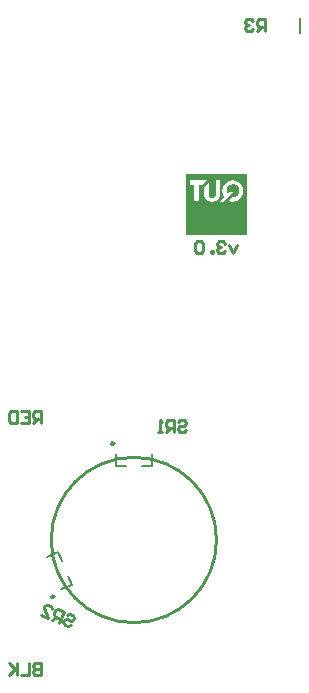
<source format=gbo>
G04 Layer_Color=32896*
%FSLAX25Y25*%
%MOIN*%
G70*
G01*
G75*
%ADD15C,0.01000*%
%ADD22C,0.00984*%
%ADD23C,0.00020*%
%ADD24C,0.00787*%
D15*
X27559Y0D02*
G03*
X27559Y0I-27559J0D01*
G01*
X-22434Y-24981D02*
X-21564Y-24621D01*
X-20332Y-25131D01*
X-19971Y-26001D01*
X-20226Y-26617D01*
X-21097Y-26978D01*
X-22329Y-26468D01*
X-23199Y-26828D01*
X-23454Y-27444D01*
X-23094Y-28315D01*
X-21862Y-28825D01*
X-20991Y-28464D01*
X-24941Y-27550D02*
X-23411Y-23855D01*
X-25258Y-23090D01*
X-26129Y-23451D01*
X-26639Y-24682D01*
X-26278Y-25553D01*
X-24431Y-26318D01*
X-25662Y-25808D02*
X-27404Y-26530D01*
X-31098Y-24999D02*
X-28635Y-26019D01*
X-30078Y-22536D01*
X-29823Y-21921D01*
X-28952Y-21560D01*
X-27721Y-22070D01*
X-27360Y-22941D01*
X14834Y39332D02*
X15501Y39999D01*
X16834D01*
X17500Y39332D01*
Y38666D01*
X16834Y37999D01*
X15501D01*
X14834Y37333D01*
Y36666D01*
X15501Y36000D01*
X16834D01*
X17500Y36666D01*
X13501Y36000D02*
Y39999D01*
X11502D01*
X10836Y39332D01*
Y37999D01*
X11502Y37333D01*
X13501D01*
X12168D02*
X10836Y36000D01*
X9503D02*
X8170D01*
X8836D01*
Y39999D01*
X9503Y39332D01*
X43640Y169526D02*
Y173525D01*
X41641D01*
X40974Y172858D01*
Y171525D01*
X41641Y170859D01*
X43640D01*
X42307D02*
X40974Y169526D01*
X39641Y172858D02*
X38975Y173525D01*
X37642D01*
X36976Y172858D01*
Y172192D01*
X37642Y171525D01*
X38309D01*
X37642D01*
X36976Y170859D01*
Y170192D01*
X37642Y169526D01*
X38975D01*
X39641Y170192D01*
X-31000Y-41001D02*
Y-45000D01*
X-32999D01*
X-33666Y-44334D01*
Y-43667D01*
X-32999Y-43001D01*
X-31000D01*
X-32999D01*
X-33666Y-42334D01*
Y-41668D01*
X-32999Y-41001D01*
X-31000D01*
X-34999D02*
Y-45000D01*
X-37664D01*
X-38997Y-41001D02*
Y-45000D01*
Y-43667D01*
X-41663Y-41001D01*
X-39664Y-43001D01*
X-41663Y-45000D01*
X-31000Y39000D02*
Y42999D01*
X-32999D01*
X-33666Y42332D01*
Y40999D01*
X-32999Y40333D01*
X-31000D01*
X-32333D02*
X-33666Y39000D01*
X-37664Y42999D02*
X-34999D01*
Y39000D01*
X-37664D01*
X-34999Y40999D02*
X-36332D01*
X-38997Y42999D02*
Y39000D01*
X-40997D01*
X-41663Y39666D01*
Y42332D01*
X-40997Y42999D01*
X-38997D01*
X34500Y98166D02*
X33167Y95500D01*
X31834Y98166D01*
X30501Y98832D02*
X29835Y99499D01*
X28502D01*
X27836Y98832D01*
Y98166D01*
X28502Y97499D01*
X29168D01*
X28502D01*
X27836Y96833D01*
Y96166D01*
X28502Y95500D01*
X29835D01*
X30501Y96166D01*
X26503Y95500D02*
Y96166D01*
X25836D01*
Y95500D01*
X26503D01*
X23170Y98832D02*
X22504Y99499D01*
X21171D01*
X20504Y98832D01*
Y96166D01*
X21171Y95500D01*
X22504D01*
X23170Y96166D01*
Y98832D01*
D22*
X-26530Y-18861D02*
G03*
X-26530Y-18861I-492J0D01*
G01*
X-6594Y32185D02*
G03*
X-6594Y32185I-492J0D01*
G01*
D23*
X17500Y119060D02*
X18440D01*
X35340Y119240D02*
X37500D01*
X17500Y119280D02*
X18440D01*
X35320Y119260D02*
X37500D01*
X28700Y119160D02*
X30240D01*
X17500Y119400D02*
X18440D01*
X35200Y119380D02*
X37500D01*
X17500Y119420D02*
X18440D01*
X35220Y119360D02*
X37500D01*
X28700Y119140D02*
X30220D01*
X28700Y119380D02*
X30460D01*
X24920Y119160D02*
X26900D01*
X28700Y119440D02*
X30540D01*
X35360Y119220D02*
X37500D01*
X24920D02*
X26900D01*
X17500Y119300D02*
X18440D01*
X24920Y119440D02*
X26900D01*
X24920Y119060D02*
X26900D01*
X23900Y119360D02*
X24560D01*
X24920Y119340D02*
X26900D01*
X17500Y119140D02*
X18440D01*
X23680Y119120D02*
X24320D01*
X23880Y119340D02*
X24540D01*
X24920Y119200D02*
X26900D01*
X23780Y119220D02*
X24420D01*
X35160Y119420D02*
X37500D01*
X23660Y119100D02*
X24300D01*
X24920Y119360D02*
X26900D01*
X17500Y119120D02*
X18440D01*
X28700Y119220D02*
X30300D01*
X28700Y119060D02*
X30140D01*
X24920Y119140D02*
X26900D01*
X17500Y119340D02*
X18440D01*
X35300Y119280D02*
X37500D01*
X35120Y119440D02*
X37500D01*
X35220Y119340D02*
X37500D01*
X17500Y119460D02*
X18440D01*
X17500Y119240D02*
X18440D01*
X23620Y119060D02*
X24260D01*
X28700Y119100D02*
X30180D01*
X28700Y119200D02*
X30280D01*
X24920Y119320D02*
X26900D01*
X28700Y119360D02*
X30440D01*
X35480Y119100D02*
X37500D01*
X35520Y119060D02*
X37500D01*
X35460Y119120D02*
X37500D01*
X17500Y119360D02*
X18440D01*
X17500Y119160D02*
X18440D01*
X35420D02*
X37500D01*
X24920Y119420D02*
X26900D01*
X23960D02*
X24580D01*
X35440Y119140D02*
X37500D01*
X17500Y119380D02*
X18440D01*
X17500Y119180D02*
X18440D01*
X24920D02*
X26900D01*
X28700Y119400D02*
X30500D01*
X23760Y119200D02*
X24400D01*
X24920Y119400D02*
X26900D01*
X23740Y119180D02*
X24380D01*
X23940Y119400D02*
X24560D01*
X24920Y119380D02*
X26900D01*
X23720Y119160D02*
X24360D01*
X23700Y119140D02*
X24340D01*
X28700Y119180D02*
X30260D01*
X28700Y119420D02*
X30520D01*
X23920Y119380D02*
X24560D01*
X35180Y119400D02*
X37500D01*
X24920Y119100D02*
X26900D01*
X28700Y119320D02*
X30420D01*
X35400Y119180D02*
X37500D01*
X17500Y119200D02*
X18440D01*
X35380D02*
X37500D01*
X17500Y119100D02*
X18440D01*
X23640Y119080D02*
X24280D01*
X23860Y119300D02*
X24500D01*
X17500Y119320D02*
X18440D01*
X17500Y119080D02*
X18440D01*
X23980Y119440D02*
X24600D01*
X17500Y119220D02*
X18440D01*
X17500Y119440D02*
X18440D01*
X28700Y119080D02*
X30160D01*
X35500D02*
X37500D01*
X28700Y119300D02*
X30400D01*
X24920Y119080D02*
X26900D01*
X35280Y119300D02*
X37500D01*
X24920D02*
X26900D01*
X23860Y119320D02*
X24520D01*
X24920Y119280D02*
X26900D01*
X28700D02*
X30380D01*
X24920Y119120D02*
X26900D01*
X35260Y119320D02*
X37500D01*
X28700Y119340D02*
X30440D01*
X28700Y119120D02*
X30200D01*
X23580Y119020D02*
X24220D01*
X17500D02*
X18440D01*
X35560D02*
X37500D01*
X17500Y119260D02*
X18440D01*
X17500Y119040D02*
X18440D01*
X23820Y119260D02*
X24460D01*
X23600Y119040D02*
X24240D01*
X24920Y119260D02*
X26900D01*
X24920Y119040D02*
X26900D01*
X28700Y119260D02*
X30340D01*
X28700Y119040D02*
X30120D01*
X28700Y119020D02*
X30100D01*
X24920D02*
X26900D01*
X24920Y119240D02*
X26900D01*
X35540Y119040D02*
X37500D01*
X28700Y119240D02*
X30320D01*
X23800D02*
X24440D01*
X23840Y119280D02*
X24480D01*
X36200Y118080D02*
X37500D01*
X28700Y117980D02*
X29420D01*
X31660Y118080D02*
X34120D01*
X24920Y117980D02*
X26900D01*
X21740D02*
X23240D01*
X31540D02*
X34220D01*
X17500Y118100D02*
X19880D01*
X36260Y117980D02*
X37500D01*
X21740Y118100D02*
X23360D01*
X17500Y118000D02*
X19880D01*
X24920Y118100D02*
X26900D01*
X21740Y118000D02*
X23260D01*
X28700Y118100D02*
X29460D01*
X24920Y118000D02*
X26900D01*
X31680Y118100D02*
X34100D01*
X28700Y118000D02*
X29420D01*
X36200Y118100D02*
X37500D01*
X31580Y118000D02*
X34200D01*
X17500Y118120D02*
X19880D01*
X36240Y118000D02*
X37500D01*
X21740Y118120D02*
X23380D01*
X17500Y118020D02*
X19880D01*
X24920Y118120D02*
X26900D01*
X21740Y118020D02*
X23280D01*
X28700Y118120D02*
X29480D01*
X24920Y118020D02*
X26900D01*
X31700Y118120D02*
X34060D01*
X28700Y118020D02*
X29440D01*
X36180Y118120D02*
X37500D01*
X31600Y118020D02*
X34180D01*
X17500Y118140D02*
X19880D01*
X36240Y118020D02*
X37500D01*
X21740Y118140D02*
X23380D01*
X17500Y118040D02*
X19880D01*
X24920Y118140D02*
X26900D01*
X21740Y118040D02*
X23300D01*
X28700Y118140D02*
X29480D01*
X24920Y118040D02*
X26900D01*
X31720Y118140D02*
X34040D01*
X28700Y118040D02*
X29440D01*
X36180Y118140D02*
X37500D01*
X31620Y118040D02*
X34160D01*
X17500Y118160D02*
X19880D01*
X36220Y118040D02*
X37500D01*
X21740Y118160D02*
X23400D01*
X17500Y118060D02*
X19880D01*
X24920Y118160D02*
X26900D01*
X21740Y118060D02*
X23320D01*
X28700Y118160D02*
X29500D01*
X24920Y118060D02*
X26900D01*
X31760Y118160D02*
X34020D01*
X28700Y118060D02*
X29440D01*
X36160Y118160D02*
X37500D01*
X31640Y118060D02*
X34140D01*
X17500Y118180D02*
X19880D01*
X36220Y118060D02*
X37500D01*
X21740Y118180D02*
X23420D01*
X17500Y118080D02*
X19880D01*
X24920Y118180D02*
X26900D01*
X21740Y118080D02*
X23340D01*
X28700Y118180D02*
X29500D01*
X24920Y118080D02*
X26900D01*
X28700D02*
X29460D01*
X35580Y119000D02*
X37500D01*
X24920Y118560D02*
X26900D01*
X28700Y119000D02*
X30080D01*
X23140Y118560D02*
X23780D01*
X24920Y119000D02*
X26900D01*
X17500Y118560D02*
X18440D01*
X23560Y119000D02*
X24220D01*
X35940Y118540D02*
X37500D01*
X17500Y119000D02*
X18440D01*
X28700Y118540D02*
X29720D01*
X35600Y118980D02*
X37500D01*
X24920Y118540D02*
X26900D01*
X28700Y118980D02*
X30080D01*
X23120Y118540D02*
X23760D01*
X24920Y118980D02*
X26900D01*
X17500Y118540D02*
X18440D01*
X23540Y118980D02*
X24200D01*
X35960Y118520D02*
X37500D01*
X17500Y118980D02*
X18440D01*
X32760Y118520D02*
X33080D01*
X35620Y118960D02*
X37500D01*
X28700Y118520D02*
X29700D01*
X28700Y118960D02*
X30060D01*
X24920Y118520D02*
X26900D01*
X24920Y118960D02*
X26900D01*
X23100Y118520D02*
X23740D01*
X23520Y118960D02*
X24180D01*
X17500Y118520D02*
X18440D01*
X17500Y118960D02*
X18440D01*
X35980Y118500D02*
X37500D01*
X35640Y118940D02*
X37500D01*
X32600Y118500D02*
X33240D01*
X28700Y118940D02*
X30040D01*
X28700Y118500D02*
X29700D01*
X24920Y118940D02*
X26900D01*
X24920Y118500D02*
X26900D01*
X23500Y118940D02*
X24160D01*
X23080Y118500D02*
X23720D01*
X17500Y118940D02*
X18440D01*
X17500Y118500D02*
X18440D01*
X35640Y118920D02*
X37500D01*
X35980Y118480D02*
X37500D01*
X28700Y118920D02*
X30020D01*
X32480Y118480D02*
X33340D01*
X24920Y118920D02*
X26900D01*
X28700Y118480D02*
X29680D01*
X23480Y118920D02*
X24140D01*
X24920Y118480D02*
X26900D01*
X17500Y118920D02*
X18440D01*
X23060Y118480D02*
X23700D01*
X35660Y118900D02*
X37500D01*
X17500Y118480D02*
X18440D01*
X28700Y118900D02*
X30000D01*
X36000Y118460D02*
X37500D01*
X24920Y118900D02*
X26900D01*
X32400Y118460D02*
X33420D01*
X23460Y118900D02*
X24120D01*
X28700Y118460D02*
X29660D01*
X17500Y118900D02*
X18440D01*
X24920Y118460D02*
X26900D01*
X35680Y118880D02*
X37500D01*
X23040Y118460D02*
X23680D01*
X28700Y118880D02*
X29980D01*
X17500Y118460D02*
X18440D01*
X24920Y118880D02*
X26900D01*
X36020Y118440D02*
X37500D01*
X23440Y118880D02*
X24100D01*
X32320Y118440D02*
X33480D01*
X17500Y118880D02*
X18440D01*
X28700Y118440D02*
X29660D01*
X35700Y118860D02*
X37500D01*
X24920Y118440D02*
X26900D01*
X28700Y118860D02*
X29960D01*
X23020Y118440D02*
X23660D01*
X24920Y118860D02*
X26900D01*
X17500Y118440D02*
X18440D01*
X23420Y118860D02*
X24080D01*
X36020Y118420D02*
X37500D01*
X17500Y118860D02*
X18440D01*
X32260Y118420D02*
X33540D01*
X35720Y118840D02*
X37500D01*
X28700Y118420D02*
X29640D01*
X28700Y118840D02*
X29960D01*
X24920Y118420D02*
X26900D01*
X24920Y118840D02*
X26900D01*
X23000Y118420D02*
X23640D01*
X23420Y118840D02*
X24060D01*
X17500Y118420D02*
X18440D01*
X17500Y118840D02*
X18440D01*
X36040Y118400D02*
X37500D01*
X35740Y118820D02*
X37500D01*
X32220Y118400D02*
X33600D01*
X28700Y118820D02*
X29940D01*
X28700Y118400D02*
X29640D01*
X24920Y118820D02*
X26900D01*
X24920Y118400D02*
X26900D01*
X23420Y118820D02*
X24040D01*
X21740Y118400D02*
X23620D01*
X17500Y118820D02*
X18440D01*
X17500Y118400D02*
X19880D01*
X35740Y118800D02*
X37500D01*
X36040Y118380D02*
X37500D01*
X28700Y118800D02*
X29920D01*
X32160Y118380D02*
X33660D01*
X24920Y118800D02*
X26900D01*
X28700Y118380D02*
X29620D01*
X23400Y118800D02*
X24020D01*
X24920Y118380D02*
X26900D01*
X17500Y118800D02*
X18440D01*
X21740Y118380D02*
X23600D01*
X35760Y118780D02*
X37500D01*
X17500Y118380D02*
X19880D01*
X28700Y118780D02*
X29900D01*
X36060Y118360D02*
X37500D01*
X24920Y118780D02*
X26900D01*
X32120Y118360D02*
X33700D01*
X23380Y118780D02*
X24000D01*
X28700Y118360D02*
X29600D01*
X17500Y118780D02*
X18440D01*
X24920Y118360D02*
X26900D01*
X35780Y118760D02*
X37500D01*
X21740Y118360D02*
X23580D01*
X28700Y118760D02*
X29880D01*
X17500Y118360D02*
X19880D01*
X24920Y118760D02*
X26900D01*
X36080Y118340D02*
X37500D01*
X23360Y118760D02*
X23980D01*
X32060Y118340D02*
X33740D01*
X17500Y118760D02*
X18440D01*
X28700Y118340D02*
X29600D01*
X35800Y118740D02*
X37500D01*
X24920Y118340D02*
X26900D01*
X28700Y118740D02*
X29880D01*
X21740Y118340D02*
X23560D01*
X24920Y118740D02*
X26900D01*
X17500Y118340D02*
X19880D01*
X23340Y118740D02*
X23960D01*
X36080Y118320D02*
X37500D01*
X17500Y118740D02*
X18440D01*
X32020Y118320D02*
X33780D01*
X35800Y118720D02*
X37500D01*
X28700Y118320D02*
X29580D01*
X28700Y118720D02*
X29860D01*
X24920Y118320D02*
X26900D01*
X24920Y118720D02*
X26900D01*
X21740Y118320D02*
X23540D01*
X23320Y118720D02*
X23940D01*
X17500Y118320D02*
X19880D01*
X17500Y118720D02*
X18440D01*
X36100Y118300D02*
X37500D01*
X35820Y118700D02*
X37500D01*
X31980Y118300D02*
X33820D01*
X28700Y118700D02*
X29840D01*
X28700Y118300D02*
X29580D01*
X24920Y118700D02*
X26900D01*
X24920Y118300D02*
X26900D01*
X23300Y118700D02*
X23920D01*
X21740Y118300D02*
X23520D01*
X17500Y118700D02*
X18440D01*
X17500Y118300D02*
X19880D01*
X35860Y118680D02*
X37500D01*
X36100Y118280D02*
X37500D01*
X28700Y118680D02*
X29820D01*
X31940Y118280D02*
X33860D01*
X24920Y118680D02*
X26900D01*
X28700Y118280D02*
X29560D01*
X23280Y118680D02*
X23900D01*
X24920Y118280D02*
X26900D01*
X17500Y118680D02*
X18440D01*
X21740Y118280D02*
X23520D01*
X35860Y118660D02*
X37500D01*
X17500Y118280D02*
X19880D01*
X28700Y118660D02*
X29800D01*
X36120Y118260D02*
X37500D01*
X24920Y118660D02*
X26900D01*
X31920Y118260D02*
X33880D01*
X23260Y118660D02*
X23880D01*
X28700Y118260D02*
X29560D01*
X17500Y118660D02*
X18440D01*
X24920Y118260D02*
X26900D01*
X35880Y118640D02*
X37500D01*
X21740Y118260D02*
X23500D01*
X28700Y118640D02*
X29780D01*
X17500Y118260D02*
X19880D01*
X24920Y118640D02*
X26900D01*
X36120Y118240D02*
X37500D01*
X23240Y118640D02*
X23860D01*
X31880Y118240D02*
X33920D01*
X17500Y118640D02*
X18440D01*
X28700Y118240D02*
X29540D01*
X35900Y118620D02*
X37500D01*
X24920Y118240D02*
X26900D01*
X28700Y118620D02*
X29780D01*
X21740Y118240D02*
X23480D01*
X24920Y118620D02*
X26900D01*
X17500Y118240D02*
X19880D01*
X23200Y118620D02*
X23840D01*
X36140Y118220D02*
X37500D01*
X17500Y118620D02*
X18440D01*
X31840Y118220D02*
X33940D01*
X35900Y118600D02*
X37500D01*
X28700Y118220D02*
X29520D01*
X28700Y118600D02*
X29760D01*
X24920Y118220D02*
X26900D01*
X24920Y118600D02*
X26900D01*
X21740Y118220D02*
X23460D01*
X23180Y118600D02*
X23820D01*
X17500Y118220D02*
X19880D01*
X17500Y118600D02*
X18440D01*
X36140Y118200D02*
X37500D01*
X35920Y118580D02*
X37500D01*
X31820Y118200D02*
X33980D01*
X28700Y118580D02*
X29740D01*
X28700Y118200D02*
X29520D01*
X24920Y118580D02*
X26900D01*
X24920Y118200D02*
X26900D01*
X23160Y118580D02*
X23800D01*
X21740Y118200D02*
X23440D01*
X17500Y118580D02*
X18440D01*
X17500Y118200D02*
X19880D01*
X35940Y118560D02*
X37500D01*
X36160Y118180D02*
X37500D01*
X31780D02*
X33980D01*
X28700Y118560D02*
X29740D01*
X17500Y103160D02*
X37500D01*
X17500Y105800D02*
X37500D01*
X17500Y105720D02*
X37500D01*
X17500Y105220D02*
X37500D01*
X17500Y105460D02*
X37500D01*
X17500Y102820D02*
X37500D01*
X17500Y105940D02*
X37500D01*
X17500Y103660D02*
X37500D01*
X17500Y105560D02*
X37500D01*
X17500Y105000D02*
X37500D01*
X17500Y104300D02*
X37500D01*
X17500Y104140D02*
X37500D01*
X17500Y104340D02*
X37500D01*
X17500Y104960D02*
X37500D01*
X17500Y103080D02*
X37500D01*
X17500Y104600D02*
X37500D01*
X17500Y104000D02*
X37500D01*
X17500Y105440D02*
X37500D01*
X17500Y104580D02*
X37500D01*
X17500Y104320D02*
X37500D01*
X17500Y102800D02*
X37500D01*
X17500Y103900D02*
X37500D01*
X17500Y105580D02*
X37500D01*
X17500Y103460D02*
X37500D01*
X17500Y105880D02*
X37500D01*
X17500Y105300D02*
X37500D01*
X17500Y105280D02*
X37500D01*
X17500Y104260D02*
X37500D01*
X17500Y102920D02*
X37500D01*
X17500Y105760D02*
X37500D01*
X17500Y104220D02*
X37500D01*
X17500Y103680D02*
X37500D01*
X17500Y104380D02*
X37500D01*
X17500Y103240D02*
X37500D01*
X17500Y104240D02*
X37500D01*
X17500Y105360D02*
X37500D01*
X17500Y104780D02*
X37500D01*
X17500Y105140D02*
X37500D01*
X17500Y103360D02*
X37500D01*
X17500Y105060D02*
X37500D01*
X17500Y105400D02*
X37500D01*
X17500Y104680D02*
X37500D01*
X17500Y105820D02*
X37500D01*
X17500Y103760D02*
X37500D01*
X17500Y103920D02*
X37500D01*
X17500Y104120D02*
X37500D01*
X17500Y103540D02*
X37500D01*
X17500Y104100D02*
X37500D01*
X17500Y102900D02*
X37500D01*
X17500Y103100D02*
X37500D01*
X17500Y102780D02*
X37500D01*
X17500Y104180D02*
X37500D01*
X17500Y102740D02*
X37500D01*
X17500Y104540D02*
X37500D01*
X17500Y103000D02*
X37500D01*
X17500Y103180D02*
X37500D01*
X17500Y103940D02*
X37500D01*
X17500Y104640D02*
X37500D01*
X17500Y103500D02*
X37500D01*
X17500Y105860D02*
X37500D01*
X17500Y103020D02*
X37500D01*
X17500Y104280D02*
X37500D01*
X17500Y103520D02*
X37500D01*
X17500Y105120D02*
X37500D01*
X17500Y105260D02*
X37500D01*
X17500Y105600D02*
X37500D01*
X17500Y104940D02*
X37500D01*
X17500Y103960D02*
X37500D01*
X17500Y103880D02*
X37500D01*
X17500Y105380D02*
X37500D01*
X17500Y104920D02*
X37500D01*
X17500Y105660D02*
X37500D01*
X17500Y104060D02*
X37500D01*
X17500Y105320D02*
X37500D01*
X17500Y104820D02*
X37500D01*
X17500Y102860D02*
X37500D01*
X17500Y102840D02*
X37500D01*
X17500Y104860D02*
X37500D01*
X17500Y103700D02*
X37500D01*
X17500Y104560D02*
X37500D01*
X17500Y104880D02*
X37500D01*
X17500Y105900D02*
X37500D01*
X17500Y103060D02*
X37500D01*
X17500Y105160D02*
X37500D01*
X17500Y105100D02*
X37500D01*
X17500Y103280D02*
X37500D01*
X17500Y103440D02*
X37500D01*
X17500Y105740D02*
X37500D01*
X17500Y105340D02*
X37500D01*
X17500Y103980D02*
X37500D01*
X17500Y104040D02*
X37500D01*
X17500Y104980D02*
X37500D01*
X17500Y105540D02*
X37500D01*
X17500Y104620D02*
X37500D01*
X17500Y104200D02*
X37500D01*
X17500Y105200D02*
X37500D01*
X17500Y103580D02*
X37500D01*
X17500Y103340D02*
X37500D01*
X17500Y105020D02*
X37500D01*
X17500Y104460D02*
X37500D01*
X17500Y105240D02*
X37500D01*
X17500Y105920D02*
X37500D01*
X17500Y103860D02*
X37500D01*
X17500Y105500D02*
X37500D01*
X17500Y104440D02*
X37500D01*
X17500Y102880D02*
X37500D01*
X17500Y103040D02*
X37500D01*
X17500Y104760D02*
X37500D01*
X17500Y104160D02*
X37500D01*
X17500Y104080D02*
X37500D01*
X17500Y103420D02*
X37500D01*
X17500Y103120D02*
X37500D01*
X17500Y103480D02*
X37500D01*
X17500Y103640D02*
X37500D01*
X17500Y102760D02*
X37500D01*
X17500Y104500D02*
X37500D01*
X17500Y105640D02*
X37500D01*
X17500Y103800D02*
X37500D01*
X17500Y105520D02*
X37500D01*
X17500Y102980D02*
X37500D01*
X17500Y104720D02*
X37500D01*
X17500Y104480D02*
X37500D01*
X17500Y103740D02*
X37500D01*
X17500Y104400D02*
X37500D01*
X17500Y103260D02*
X37500D01*
X17500Y105180D02*
X37500D01*
X17500Y103400D02*
X37500D01*
X17500Y103200D02*
X37500D01*
X17500Y105080D02*
X37500D01*
X17500Y104660D02*
X37500D01*
X17500Y105620D02*
X37500D01*
X17500Y105840D02*
X37500D01*
X17500Y103560D02*
X37500D01*
X17500Y103820D02*
X37500D01*
X17500Y105700D02*
X37500D01*
X17500Y104520D02*
X37500D01*
X17500Y102700D02*
X37500D01*
X17500Y104740D02*
X37500D01*
X17500Y104900D02*
X37500D01*
X17500Y105420D02*
X37500D01*
X17500Y104420D02*
X37500D01*
X17500Y104020D02*
X37500D01*
X17500Y102720D02*
X37500D01*
X17500Y103380D02*
X37500D01*
X17500Y105780D02*
X37500D01*
X17500Y103780D02*
X37500D01*
X17500Y103220D02*
X37500D01*
X17500Y103840D02*
X37500D01*
X17500Y103600D02*
X37500D01*
X17500Y104840D02*
X37500D01*
X17500Y105960D02*
X37500D01*
X17500Y103320D02*
X37500D01*
X17500Y103720D02*
X37500D01*
X17500Y103620D02*
X37500D01*
X17500Y102960D02*
X37500D01*
X17500Y103140D02*
X37500D01*
X17500Y105040D02*
X37500D01*
X17500Y103300D02*
X37500D01*
X17500Y105680D02*
X37500D01*
X17500Y105480D02*
X37500D01*
X17500Y104700D02*
X37500D01*
X17500Y102940D02*
X37500D01*
X17500Y104800D02*
X37500D01*
X17500Y104360D02*
X37500D01*
X17500Y122160D02*
X37500D01*
X17500Y122080D02*
X37500D01*
X17500Y122120D02*
X37500D01*
X17500Y122100D02*
X37500D01*
X17500Y122140D02*
X37500D01*
X17500Y120460D02*
X37500D01*
X17500Y122060D02*
X37500D01*
X17500Y122040D02*
X37500D01*
X17500Y122020D02*
X37500D01*
X17500Y122000D02*
X37500D01*
X17500Y121980D02*
X37500D01*
X17500Y121960D02*
X37500D01*
X17500Y121940D02*
X37500D01*
X17500Y121920D02*
X37500D01*
X17500Y121900D02*
X37500D01*
X17500Y121880D02*
X37500D01*
X17500Y121860D02*
X37500D01*
X17500Y121840D02*
X37500D01*
X17500Y121820D02*
X37500D01*
X17500Y121800D02*
X37500D01*
X17500Y121780D02*
X37500D01*
X17500Y121760D02*
X37500D01*
X17500Y121740D02*
X37500D01*
X17500Y121720D02*
X37500D01*
X17500Y121700D02*
X37500D01*
X17500Y121680D02*
X37500D01*
X17500Y121660D02*
X37500D01*
X17500Y121640D02*
X37500D01*
X17500Y121620D02*
X37500D01*
X17500Y121600D02*
X37500D01*
X17500Y121580D02*
X37500D01*
X17500Y121560D02*
X37500D01*
X17500Y121540D02*
X37500D01*
X17500Y121520D02*
X37500D01*
X17500Y121500D02*
X37500D01*
X17500Y121480D02*
X37500D01*
X17500Y121460D02*
X37500D01*
X17500Y121440D02*
X37500D01*
X17500Y121420D02*
X37500D01*
X17500Y121400D02*
X37500D01*
X17500Y121380D02*
X37500D01*
X17500Y121360D02*
X37500D01*
X17500Y121340D02*
X37500D01*
X17500Y121320D02*
X37500D01*
X17500Y121300D02*
X37500D01*
X17500Y121280D02*
X37500D01*
X17500Y121260D02*
X37500D01*
X17500Y121240D02*
X37500D01*
X17500Y121220D02*
X37500D01*
X17500Y121200D02*
X37500D01*
X17500Y121180D02*
X37500D01*
X17500Y121160D02*
X37500D01*
X17500Y121140D02*
X37500D01*
X17500Y121120D02*
X37500D01*
X17500Y121100D02*
X37500D01*
X17500Y121080D02*
X37500D01*
X17500Y121060D02*
X37500D01*
X17500Y121040D02*
X37500D01*
X17500Y121020D02*
X37500D01*
X17500Y121000D02*
X37500D01*
X17500Y120980D02*
X37500D01*
X17500Y120960D02*
X37500D01*
X17500Y120940D02*
X37500D01*
X17500Y120920D02*
X37500D01*
X17500Y120900D02*
X37500D01*
X17500Y120880D02*
X37500D01*
X17500Y120860D02*
X37500D01*
X17500Y120840D02*
X37500D01*
X17500Y120820D02*
X37500D01*
X17500Y120800D02*
X37500D01*
X17500Y120780D02*
X37500D01*
X17500Y120760D02*
X37500D01*
X17500Y120740D02*
X37500D01*
X17500Y120720D02*
X37500D01*
X17500Y120700D02*
X37500D01*
X17500Y120680D02*
X37500D01*
X17500Y120660D02*
X37500D01*
X17500Y120640D02*
X37500D01*
X17500Y120620D02*
X37500D01*
X17500Y120600D02*
X37500D01*
X17500Y120580D02*
X37500D01*
X17500Y120560D02*
X37500D01*
X17500Y120540D02*
X37500D01*
X17500Y120520D02*
X37500D01*
X17500Y120500D02*
X37500D01*
X17500Y120480D02*
X37500D01*
X17500Y120440D02*
X37500D01*
X17500Y120420D02*
X37500D01*
X17500Y120400D02*
X37500D01*
X17500Y120380D02*
X37500D01*
X17500Y120360D02*
X37500D01*
X17500Y120340D02*
X37500D01*
X17500Y120320D02*
X37500D01*
X17500Y120300D02*
X37500D01*
X17500Y120280D02*
X37500D01*
X17500Y120260D02*
X37500D01*
X17500Y120240D02*
X37500D01*
X33020Y120220D02*
X37500D01*
X17500D02*
X32640D01*
X33240Y120200D02*
X37500D01*
X17500D02*
X32420D01*
X33400Y120180D02*
X37500D01*
X28700D02*
X32260D01*
X24700D02*
X26900D01*
X17500D02*
X18440D01*
X33520Y120160D02*
X37500D01*
X28700D02*
X32160D01*
X24680D02*
X26900D01*
X17500D02*
X18440D01*
X33620Y120140D02*
X37500D01*
X28700D02*
X32040D01*
X24660D02*
X26900D01*
X17500D02*
X18440D01*
X33700Y120120D02*
X37500D01*
X28700D02*
X31960D01*
X24640D02*
X26900D01*
X17500D02*
X18440D01*
X33780Y120100D02*
X37500D01*
X28700D02*
X31880D01*
X24620D02*
X26900D01*
X17500D02*
X18440D01*
X33860Y120080D02*
X37500D01*
X28700D02*
X31800D01*
X24600D02*
X26900D01*
X17500D02*
X18440D01*
X33920Y120060D02*
X37500D01*
X28700D02*
X31740D01*
X24600D02*
X26900D01*
X17500D02*
X18440D01*
X17500Y116840D02*
X19880D01*
X21740D02*
X23140D01*
X36340Y117740D02*
X37500D01*
X17500Y117780D02*
X19880D01*
X24920Y117800D02*
X26900D01*
X21740D02*
X23140D01*
X21740Y117760D02*
X23140D01*
X17500Y117800D02*
X19880D01*
X36340Y117780D02*
X37500D01*
X17500Y117760D02*
X19880D01*
X31320Y117740D02*
X34440D01*
X31360Y117780D02*
X34400D01*
X28700D02*
X29340D01*
X28700Y117740D02*
X29320D01*
X24920D02*
X26900D01*
X24920Y117780D02*
X26900D01*
X21740D02*
X23140D01*
X21740Y117740D02*
X23140D01*
X17500D02*
X19880D01*
X31340Y117760D02*
X34420D01*
X36340D02*
X37500D01*
X28700D02*
X29320D01*
X36360Y117720D02*
X37500D01*
X28700D02*
X29300D01*
X31320D02*
X34460D01*
X24920Y117760D02*
X26900D01*
X28700Y119680D02*
X30880D01*
X34440Y119860D02*
X37500D01*
X34780Y119680D02*
X37500D01*
X17500Y119880D02*
X18440D01*
X17500Y119700D02*
X18440D01*
X24420Y119880D02*
X26900D01*
X24240Y119700D02*
X24860D01*
X28700Y119880D02*
X31300D01*
X24920Y119700D02*
X26900D01*
X34400Y119880D02*
X37500D01*
X28700Y119700D02*
X30920D01*
X17500Y119900D02*
X18440D01*
X34740Y119700D02*
X37500D01*
X24440Y119900D02*
X26900D01*
X17500Y119720D02*
X18440D01*
X28700Y119900D02*
X31340D01*
X24260Y119720D02*
X24880D01*
X34340Y119900D02*
X37500D01*
X24920Y119720D02*
X26900D01*
X17500Y119920D02*
X18440D01*
X28700Y119720D02*
X30940D01*
X24460Y119920D02*
X26900D01*
X34720Y119720D02*
X37500D01*
X28700Y119920D02*
X31380D01*
X17500Y119740D02*
X18440D01*
X34300Y119920D02*
X37500D01*
X24280Y119740D02*
X24900D01*
X17500Y119940D02*
X18440D01*
X24920Y119740D02*
X26900D01*
X24480Y119940D02*
X26900D01*
X28700Y119740D02*
X30980D01*
X28700Y119940D02*
X31420D01*
X34680Y119740D02*
X37500D01*
X34260Y119940D02*
X37500D01*
X17500Y119760D02*
X18440D01*
X17500Y119960D02*
X18440D01*
X24300Y119760D02*
X24900D01*
X24500Y119960D02*
X26900D01*
X24920Y119760D02*
X26900D01*
X28700Y119960D02*
X31480D01*
X28700Y119760D02*
X31020D01*
X34200Y119960D02*
X37500D01*
X34640Y119760D02*
X37500D01*
X17500Y119980D02*
X18440D01*
X17500Y119780D02*
X18440D01*
X24520Y119980D02*
X26900D01*
X24320Y119780D02*
X26900D01*
X28700Y119980D02*
X31520D01*
X28700Y119780D02*
X31060D01*
X34160Y119980D02*
X37500D01*
X34620Y119780D02*
X37500D01*
X17500Y120000D02*
X18440D01*
X17500Y119800D02*
X18440D01*
X24540Y120000D02*
X26900D01*
X24320Y119800D02*
X26900D01*
X28700Y120000D02*
X31580D01*
X28700Y119800D02*
X31100D01*
X34100Y120000D02*
X37500D01*
X34580Y119800D02*
X37500D01*
X17500Y120020D02*
X18440D01*
X24360Y119820D02*
X26900D01*
X17500D02*
X18440D01*
X24560Y120020D02*
X26900D01*
X28700D02*
X31620D01*
X28700Y119860D02*
X31240D01*
X24920Y119680D02*
X26900D01*
X34500Y119840D02*
X37500D01*
X33980Y120040D02*
X37500D01*
X24580D02*
X26900D01*
X17500Y119860D02*
X18440D01*
X24400D02*
X26900D01*
X24380Y119840D02*
X26900D01*
X28700Y120040D02*
X31680D01*
X28700Y119840D02*
X31160D01*
X17500D02*
X18440D01*
X28700Y119820D02*
X31120D01*
X34040Y120020D02*
X37500D01*
X17500Y120040D02*
X18440D01*
X17500Y119680D02*
X18440D01*
X34820Y119660D02*
X37500D01*
X24220Y119680D02*
X24840D01*
X34540Y119820D02*
X37500D01*
X36200Y114900D02*
X37500D01*
X17500Y115140D02*
X19880D01*
X28700Y115100D02*
X29340D01*
X24920Y115060D02*
X26900D01*
X32360Y115100D02*
X34220D01*
X36220Y114920D02*
X37500D01*
X32160D02*
X34000D01*
X28700Y115020D02*
X29380D01*
X32140Y114900D02*
X33980D01*
X28700Y115080D02*
X29360D01*
X32400Y115140D02*
X34280D01*
X24920Y115120D02*
X26900D01*
X24920Y115080D02*
X26900D01*
X21740D02*
X23140D01*
X28700Y114900D02*
X29440D01*
X32340Y115080D02*
X34200D01*
X36280Y115060D02*
X37500D01*
X21740Y115140D02*
X23140D01*
X32240Y115000D02*
X34100D01*
X24920Y115140D02*
X26900D01*
X24920Y115100D02*
X26900D01*
X28700Y114920D02*
X29440D01*
X21740Y115040D02*
X23140D01*
X32300Y115060D02*
X34160D01*
X28700Y115120D02*
X29340D01*
X24920Y114980D02*
X26900D01*
X24920Y115040D02*
X26900D01*
X17500Y115080D02*
X19880D01*
X24920Y114920D02*
X26880D01*
X21740Y115100D02*
X23140D01*
X17500D02*
X19880D01*
X21740Y114920D02*
X23140D01*
X36280Y115080D02*
X37500D01*
X28700Y115140D02*
X29340D01*
X36300Y115100D02*
X37500D01*
X17500Y114960D02*
X19880D01*
X36300Y115120D02*
X37500D01*
X21740Y115060D02*
X23140D01*
X28700D02*
X29380D01*
X17500Y114920D02*
X19880D01*
X21740Y114940D02*
X23140D01*
X36220Y114960D02*
X37500D01*
X17500Y114940D02*
X19880D01*
X36240Y115000D02*
X37500D01*
X21740Y114980D02*
X23140D01*
X32200Y114960D02*
X34040D01*
X36360Y115340D02*
X37500D01*
X21740D02*
X23140D01*
X28700D02*
X29280D01*
X24920D02*
X26900D01*
X28700Y114960D02*
X29420D01*
X17500Y115340D02*
X19880D01*
X32580D02*
X34440D01*
X28700Y115520D02*
X29220D01*
X36360Y115320D02*
X37500D01*
X32640Y115400D02*
X34480D01*
X21740Y115440D02*
X23140D01*
X32740Y115500D02*
X34560D01*
X24920Y115520D02*
X26900D01*
X36400Y115500D02*
X37500D01*
X21740Y115520D02*
X23140D01*
X17500D02*
X19880D01*
X24920Y115460D02*
X26900D01*
X28700D02*
X29240D01*
X28700Y115500D02*
X29240D01*
X24920D02*
X26900D01*
X21740D02*
X23140D01*
X17500D02*
X19880D01*
X36400Y115480D02*
X37500D01*
X28700D02*
X29240D01*
X24920D02*
X26900D01*
X21740D02*
X23140D01*
X36400Y115460D02*
X37500D01*
X32720Y115480D02*
X34540D01*
X24920Y115440D02*
X26900D01*
X21740Y115460D02*
X23140D01*
X28700Y115440D02*
X29260D01*
X17500Y115480D02*
X19880D01*
X32700Y115460D02*
X34520D01*
X32680Y115440D02*
X34520D01*
X36400D02*
X37500D01*
X24920Y115540D02*
X26900D01*
X28700Y115360D02*
X29280D01*
X17500Y115460D02*
X19880D01*
X17500Y115380D02*
X19880D01*
X21740D02*
X23140D01*
X24920D02*
X26900D01*
X32600Y115360D02*
X34460D01*
X28700Y115380D02*
X29260D01*
X36360Y115360D02*
X37500D01*
X32620Y115380D02*
X34480D01*
X17500Y115400D02*
X19880D01*
X36380Y115380D02*
X37500D01*
X21740Y115400D02*
X23140D01*
X24920D02*
X26900D01*
X28700D02*
X29260D01*
X17500Y115420D02*
X19880D01*
X36380Y115400D02*
X37500D01*
X28700Y115540D02*
X29220D01*
X28700Y115680D02*
X29180D01*
X36420Y115520D02*
X37500D01*
X24940Y114900D02*
X26880D01*
X17500Y115540D02*
X19880D01*
X28700Y115420D02*
X29260D01*
X32760Y115520D02*
X34560D01*
X32660Y115420D02*
X34500D01*
X36380D02*
X37500D01*
X17500Y115440D02*
X19880D01*
X21740Y115540D02*
X23140D01*
X24920Y115420D02*
X26900D01*
X21740D02*
X23140D01*
X32780Y115540D02*
X34580D01*
X24920Y115560D02*
X26900D01*
X17500Y115600D02*
X19880D01*
X36420Y115540D02*
X37500D01*
X21740Y115680D02*
X23140D01*
X28700Y115560D02*
X29220D01*
X17500Y115680D02*
X19880D01*
X36440Y115660D02*
X37500D01*
X17500D02*
X19880D01*
X32860D02*
X34640D01*
X24920D02*
X26900D01*
X28700D02*
X29200D01*
X21740D02*
X23140D01*
X36440Y115640D02*
X37500D01*
X32840D02*
X34640D01*
X21740D02*
X23140D01*
X24920D02*
X26900D01*
X17500D02*
X19880D01*
X28700D02*
X29200D01*
X36440Y115620D02*
X37500D01*
X28700D02*
X29200D01*
X32840D02*
X34620D01*
X17500D02*
X19880D01*
X17500Y115560D02*
X19880D01*
X21740Y115620D02*
X23140D01*
X24920D02*
X26900D01*
X36440Y115600D02*
X37500D01*
X28700D02*
X29200D01*
X32820D02*
X34620D01*
X24920D02*
X26900D01*
X36440Y115580D02*
X37500D01*
X21740Y115600D02*
X23140D01*
X32780Y115560D02*
X34600D01*
X24920Y115580D02*
X26900D01*
X32800D02*
X34600D01*
X21740D02*
X23140D01*
X36420Y115560D02*
X37500D01*
X17500Y115580D02*
X19880D01*
X28700D02*
X29220D01*
X24920Y115680D02*
X26900D01*
X21740Y115560D02*
X23140D01*
X28700Y115760D02*
X29180D01*
X33060Y115860D02*
X34720D01*
X24920D02*
X26900D01*
X21740D02*
X23140D01*
X17500D02*
X19880D01*
X33040Y115840D02*
X34720D01*
X36480D02*
X37500D01*
X21740D02*
X23140D01*
X28700D02*
X29160D01*
X21740Y115020D02*
X23140D01*
X32180Y114940D02*
X34020D01*
X24920D02*
X26880D01*
X28700D02*
X29420D01*
X21740Y115000D02*
X23140D01*
X24920D02*
X26900D01*
X17500D02*
X19880D01*
X32380Y115120D02*
X34260D01*
X24920Y115360D02*
X26900D01*
X24920Y115200D02*
X26900D01*
X28700Y115040D02*
X29380D01*
X17500Y115160D02*
X19880D01*
X36260Y115040D02*
X37500D01*
X21740Y115360D02*
X23140D01*
X32280Y115040D02*
X34140D01*
X28700Y115200D02*
X29320D01*
X32420Y115180D02*
X34320D01*
X17500Y115060D02*
X19880D01*
X17500Y115200D02*
X19880D01*
X36480Y115800D02*
X37500D01*
X24920D02*
X26900D01*
X28700D02*
X29160D01*
X21740Y115160D02*
X23140D01*
X24920Y115300D02*
X26900D01*
X21740D02*
X23140D01*
X32400Y115160D02*
X34300D01*
X24920Y115260D02*
X26900D01*
X28700Y115160D02*
X29320D01*
X36360Y115260D02*
X37500D01*
X17500Y115360D02*
X19880D01*
X17500Y115280D02*
X19880D01*
X21740Y115200D02*
X23140D01*
X24920Y115160D02*
X26900D01*
X33000Y115800D02*
X34700D01*
X24920Y115840D02*
X26900D01*
X21740Y115820D02*
X23140D01*
X17500D02*
X19880D01*
X24920D02*
X26900D01*
X28700D02*
X29160D01*
X36480D02*
X37500D01*
X36480Y115780D02*
X37500D01*
X32980D02*
X34700D01*
X21740Y115800D02*
X23140D01*
X17500D02*
X19880D01*
X36320Y115180D02*
X37500D01*
X24920Y114960D02*
X26900D01*
X21740D02*
X23140D01*
X32260Y115020D02*
X34120D01*
X28700Y114980D02*
X29400D01*
X32220D02*
X34080D01*
X36240D02*
X37500D01*
X17500Y115020D02*
X19880D01*
X32540Y115300D02*
X34420D01*
X21740Y115780D02*
X23140D01*
X28700Y115000D02*
X29400D01*
X17500Y115120D02*
X19880D01*
X17500Y115040D02*
X19880D01*
X36260Y115020D02*
X37500D01*
X36220Y114940D02*
X37500D01*
X24920Y115020D02*
X26900D01*
X21740Y115120D02*
X23140D01*
X17500Y114980D02*
X19880D01*
X28700Y115300D02*
X29280D01*
X28700Y115780D02*
X29160D01*
X32960Y115760D02*
X34680D01*
X36480D02*
X37500D01*
X24920Y115720D02*
X26900D01*
X36460Y115700D02*
X37500D01*
X28700Y115720D02*
X29180D01*
X21740D02*
X23140D01*
X36360Y115300D02*
X37500D01*
X21740Y115320D02*
X23140D01*
X28700D02*
X29280D01*
X17500D02*
X19880D01*
X24920D02*
X26900D01*
X24920Y115180D02*
X26900D01*
X32560Y115320D02*
X34440D01*
X28700Y115180D02*
X29320D01*
X36320Y115140D02*
X37500D01*
X17500Y115180D02*
X19880D01*
X36320Y115160D02*
X37500D01*
X21740Y115180D02*
X23140D01*
X24920Y115220D02*
X26900D01*
X32440Y115200D02*
X34340D01*
X36340D02*
X37500D01*
X17500Y115220D02*
X19880D01*
X21740D02*
X23140D01*
X28700D02*
X29300D01*
X36340D02*
X37500D01*
X17500Y115240D02*
X19880D01*
X24920D02*
X26900D01*
X21740D02*
X23140D01*
X28700D02*
X29300D01*
X32460Y115220D02*
X34340D01*
X32480Y115240D02*
X34360D01*
X36340D02*
X37500D01*
X21740Y115260D02*
X23140D01*
X17500D02*
X19880D01*
X32500D02*
X34380D01*
X28700D02*
X29280D01*
X21740Y115280D02*
X23140D01*
X28700D02*
X29280D01*
X24920D02*
X26900D01*
X36360D02*
X37500D01*
X32520D02*
X34400D01*
X17500Y115300D02*
X19880D01*
X21740Y115880D02*
X23140D01*
X21740Y114900D02*
X23140D01*
X28700Y115880D02*
X29140D01*
X24920D02*
X26900D01*
X31040D02*
X31120D01*
X33080D02*
X34740D01*
X17500D02*
X19880D01*
X36480Y115860D02*
X37500D01*
X36500Y115880D02*
X37500D01*
X17500Y115900D02*
X19880D01*
X28700Y115860D02*
X29160D01*
X21740Y115900D02*
X23140D01*
X17500Y115700D02*
X19880D01*
X21740D02*
X23140D01*
X24920D02*
X26900D01*
X17500Y115840D02*
X19880D01*
X33020Y115820D02*
X34720D01*
X31040Y115860D02*
X31120D01*
X28700Y115700D02*
X29180D01*
X36460Y115680D02*
X37500D01*
X32900Y115700D02*
X34660D01*
X17500Y115780D02*
X19880D01*
X17500Y115720D02*
X19880D01*
X32920D02*
X34660D01*
X36460D02*
X37500D01*
X24920Y115740D02*
X26900D01*
X28700D02*
X29180D01*
X32940D02*
X34680D01*
X36460D02*
X37500D01*
X17500D02*
X19880D01*
X21740D02*
X23140D01*
X17500Y115760D02*
X19880D01*
X21740D02*
X23140D01*
X24920D02*
X26900D01*
X24920Y115780D02*
X26900D01*
X32880Y115680D02*
X34660D01*
X24920Y116740D02*
X26900D01*
X30920Y116680D02*
X34840D01*
X17500Y116720D02*
X19880D01*
X28700Y116700D02*
X29100D01*
X28700Y116400D02*
X29100D01*
X30940Y116340D02*
X31580D01*
X33540D02*
X34840D01*
X24920Y116400D02*
X26900D01*
X24920Y116340D02*
X26900D01*
X17500Y116700D02*
X19880D01*
X21740Y116420D02*
X23140D01*
X21740Y116700D02*
X23140D01*
X28700Y116500D02*
X29100D01*
X36540Y116680D02*
X37500D01*
X24920Y116700D02*
X26900D01*
X30920Y116400D02*
X34840D01*
X24920Y116820D02*
X26900D01*
X30940Y116800D02*
X34820D01*
X28700Y116380D02*
X29100D01*
X28700Y116340D02*
X29100D01*
X30920Y116700D02*
X34840D01*
X36540Y116400D02*
X37500D01*
X28700Y116660D02*
X29100D01*
X36540Y116320D02*
X37500D01*
X36540Y116820D02*
X37500D01*
X30920Y116420D02*
X34840D01*
X17500D02*
X19880D01*
X30920Y116660D02*
X34840D01*
X36540D02*
X37500D01*
X28700Y116820D02*
X29120D01*
X36540Y116300D02*
X37500D01*
X17500Y116680D02*
X19880D01*
X30940Y116320D02*
X31560D01*
X36540Y116720D02*
X37500D01*
X36540Y116420D02*
X37500D01*
X28700Y116800D02*
X29120D01*
X30920Y116380D02*
X31620D01*
X36540Y116700D02*
X37500D01*
X21740Y116400D02*
X23140D01*
X30940Y116820D02*
X34820D01*
X28700Y116720D02*
X29120D01*
X30920D02*
X34840D01*
X36540Y116780D02*
X37500D01*
X17500Y116800D02*
X19880D01*
X24920Y116720D02*
X26900D01*
X30920Y116740D02*
X34840D01*
X17500Y116760D02*
X19880D01*
X28700Y116680D02*
X29100D01*
X24920Y116760D02*
X26900D01*
X24920Y116780D02*
X26900D01*
X30940Y116760D02*
X34840D01*
X28700Y116740D02*
X29120D01*
X21740Y116760D02*
X23140D01*
X28700D02*
X29120D01*
X21740Y116720D02*
X23140D01*
X17500Y116740D02*
X19880D01*
X36540D02*
X37500D01*
X21740D02*
X23140D01*
X33560Y116380D02*
X34840D01*
X33540Y116360D02*
X34840D01*
X30940Y116780D02*
X34820D01*
X21740Y116800D02*
X23140D01*
X17500Y116780D02*
X19880D01*
X36540Y116380D02*
X37500D01*
X21740Y116780D02*
X23140D01*
X28700D02*
X29120D01*
X36540Y116760D02*
X37500D01*
X24920Y116800D02*
X26900D01*
X21740Y116360D02*
X23140D01*
X21740Y116380D02*
X23140D01*
X36540Y116800D02*
X37500D01*
X17500Y116380D02*
X19880D01*
X36540Y116340D02*
X37500D01*
X21740Y116820D02*
X23140D01*
X24920Y116360D02*
X26900D01*
X33520Y116320D02*
X34840D01*
X17500Y116360D02*
X19880D01*
X36540D02*
X37500D01*
X17500Y116820D02*
X19880D01*
X30920Y116360D02*
X31600D01*
X28700D02*
X29100D01*
X24920Y116380D02*
X26900D01*
X21740Y116340D02*
X23140D01*
X17500D02*
X19880D01*
X24920Y116420D02*
X26900D01*
X28700D02*
X29100D01*
X17500Y116400D02*
X19880D01*
X21740Y116520D02*
X23140D01*
X21740Y116680D02*
X23140D01*
X17500Y116520D02*
X19880D01*
X36540Y116500D02*
X37500D01*
X28700Y116220D02*
X29100D01*
X36540Y116160D02*
X37500D01*
X33340D02*
X34800D01*
X36540Y116180D02*
X37500D01*
X21740Y116200D02*
X23140D01*
X24920D02*
X26900D01*
X28700D02*
X29100D01*
X30940D02*
X31440D01*
X36540D02*
X37500D01*
X33380D02*
X34820D01*
X17500Y116220D02*
X19880D01*
X21740D02*
X23140D01*
X24920D02*
X26900D01*
X17500Y116200D02*
X19880D01*
X33360Y116180D02*
X34820D01*
X28700D02*
X29100D01*
X30960D02*
X31420D01*
X17500Y116480D02*
X19880D01*
X24920Y116180D02*
X26900D01*
X28700Y116480D02*
X29100D01*
X28700Y115900D02*
X29140D01*
X36520Y116080D02*
X37500D01*
X21740Y116100D02*
X23140D01*
X17500D02*
X19880D01*
X24920D02*
X26900D01*
X24920Y116040D02*
X26900D01*
X28700Y116100D02*
X29120D01*
X33280D02*
X34800D01*
X36520D02*
X37500D01*
X17500Y116120D02*
X19880D01*
X21740D02*
X23140D01*
X30960Y116100D02*
X31340D01*
X24920Y116120D02*
X26900D01*
X28700D02*
X29120D01*
X21740Y116180D02*
X23140D01*
X33300Y116120D02*
X34800D01*
X30960D02*
X31360D01*
X17500Y116140D02*
X19880D01*
X36540Y116480D02*
X37500D01*
X17500Y116500D02*
X19880D01*
X21740D02*
X23140D01*
X24920D02*
X26900D01*
X33100Y115900D02*
X34740D01*
X24920Y115940D02*
X26900D01*
X28700D02*
X29140D01*
X31020Y115900D02*
X31140D01*
X36500Y115940D02*
X37500D01*
X31020D02*
X31180D01*
X17500Y115960D02*
X19880D01*
X21740D02*
X23140D01*
X24920D02*
X26900D01*
X31000D02*
X31200D01*
X28700D02*
X29140D01*
X33160D02*
X34760D01*
X36500D02*
X37500D01*
X17500Y115980D02*
X19880D01*
X21740D02*
X23140D01*
X24920D02*
X26900D01*
X28700D02*
X29120D01*
X33160D02*
X34760D01*
X31000D02*
X31220D01*
X36500D02*
X37500D01*
X24920Y116000D02*
X26900D01*
X17500D02*
X19880D01*
X28700D02*
X29120D01*
X31000D02*
X31240D01*
X33180D02*
X34780D01*
X36520D02*
X37500D01*
X17500Y116020D02*
X19880D01*
X24920D02*
X26900D01*
X21740D02*
X23140D01*
X21740Y116000D02*
X23140D01*
X30980Y116020D02*
X31260D01*
X28700D02*
X29120D01*
X33200D02*
X34780D01*
X17500Y116040D02*
X19880D01*
X36520Y116020D02*
X37500D01*
X24920Y116660D02*
X26900D01*
X24920Y116680D02*
X26900D01*
X21740Y116040D02*
X23140D01*
X36520D02*
X37500D01*
X33220D02*
X34780D01*
X17500Y116060D02*
X19880D01*
X30980Y116040D02*
X31280D01*
X21740Y116060D02*
X23140D01*
X24920D02*
X26900D01*
X28700D02*
X29120D01*
X30980D02*
X31300D01*
X33240D02*
X34780D01*
X28700Y116040D02*
X29120D01*
X21740Y116080D02*
X23140D01*
X17500D02*
X19880D01*
X24920D02*
X26900D01*
X36520Y116060D02*
X37500D01*
X28700Y116080D02*
X29120D01*
X17500Y116180D02*
X19880D01*
X36520Y116120D02*
X37500D01*
X21740Y116140D02*
X23140D01*
X28700D02*
X29120D01*
X24920D02*
X26900D01*
X30960D02*
X31380D01*
X33320D02*
X34800D01*
X36520D02*
X37500D01*
X17500Y116160D02*
X19880D01*
X21740D02*
X23140D01*
X28700D02*
X29100D01*
X24920D02*
X26900D01*
X30960D02*
X31400D01*
X33260Y116080D02*
X34800D01*
X30980D02*
X31320D01*
X30920Y116480D02*
X34840D01*
X24920D02*
X26900D01*
X33140Y115940D02*
X34760D01*
X21740Y116480D02*
X23140D01*
X36540Y116460D02*
X37500D01*
X30920D02*
X34840D01*
X28700D02*
X29100D01*
X24920D02*
X26900D01*
X21740D02*
X23140D01*
X17500D02*
X19880D01*
X36540Y116440D02*
X37500D01*
X28700D02*
X29100D01*
X30920D02*
X34840D01*
X36500Y115900D02*
X37500D01*
X24920Y116440D02*
X26900D01*
X21740D02*
X23140D01*
X28700Y115920D02*
X29140D01*
X21740D02*
X23140D01*
X24920D02*
X26900D01*
X31020D02*
X31160D01*
X33120D02*
X34740D01*
X36500D02*
X37500D01*
X17500Y115940D02*
X19880D01*
X17500Y115920D02*
X19880D01*
X21740Y115940D02*
X23140D01*
X30920Y116640D02*
X34840D01*
X28700D02*
X29100D01*
X24920D02*
X26900D01*
X17500Y116440D02*
X19880D01*
X21740Y116640D02*
X23140D01*
X24920Y115900D02*
X26900D01*
X17500Y116640D02*
X19880D01*
X36540D02*
X37500D01*
X17500Y116540D02*
X19880D01*
X36540Y116620D02*
X37500D01*
X30920D02*
X34840D01*
X28700D02*
X29100D01*
X24920D02*
X26900D01*
X21740D02*
X23140D01*
X17500D02*
X19880D01*
X36540Y116600D02*
X37500D01*
X30920D02*
X34840D01*
X24920D02*
X26900D01*
X28700D02*
X29100D01*
X21740D02*
X23140D01*
X36540Y116580D02*
X37500D01*
X30920Y116560D02*
X34840D01*
X30920Y116580D02*
X34840D01*
X24920D02*
X26900D01*
X28700D02*
X29100D01*
X36540Y116560D02*
X37500D01*
X21740Y116580D02*
X23140D01*
X17500D02*
X19880D01*
X17500Y116600D02*
X19880D01*
X28700Y116560D02*
X29100D01*
X36540Y116540D02*
X37500D01*
X28700D02*
X29100D01*
X17500Y116560D02*
X19880D01*
X21740D02*
X23140D01*
X24920Y116540D02*
X26900D01*
X30920D02*
X34840D01*
X36540Y116520D02*
X37500D01*
X21740Y116540D02*
X23140D01*
X30920Y116520D02*
X34840D01*
X28700D02*
X29100D01*
X24920Y116560D02*
X26900D01*
X30920Y116500D02*
X34840D01*
X24920Y116520D02*
X26900D01*
X36540Y116220D02*
X37500D01*
X30940D02*
X31460D01*
X17500Y116660D02*
X19880D01*
X28700Y116320D02*
X29100D01*
X24920D02*
X26900D01*
X21740Y116660D02*
X23140D01*
X21740Y116320D02*
X23140D01*
X17500D02*
X19880D01*
X21740Y116300D02*
X23140D01*
X33500D02*
X34820D01*
X28700D02*
X29100D01*
X30940D02*
X31540D01*
X24920D02*
X26900D01*
X17500D02*
X19880D01*
X30940Y116280D02*
X31520D01*
X36540D02*
X37500D01*
X28700D02*
X29100D01*
X33480D02*
X34820D01*
X21740D02*
X23140D01*
X17500D02*
X19880D01*
X36540Y116260D02*
X37500D01*
X33460D02*
X34820D01*
X24920Y116280D02*
X26900D01*
X30940Y116260D02*
X31500D01*
X36540Y116240D02*
X37500D01*
X28700Y116260D02*
X29100D01*
X33400Y116220D02*
X34820D01*
X21740Y116260D02*
X23140D01*
X24920D02*
X26900D01*
X17500D02*
X19880D01*
X33420Y116240D02*
X34820D01*
X17500D02*
X19880D01*
X28700D02*
X29100D01*
X24920D02*
X26900D01*
X30940D02*
X31480D01*
X21740D02*
X23140D01*
X30940Y116860D02*
X34820D01*
X21740Y116900D02*
X23140D01*
X24920D02*
X26900D01*
X36540Y116860D02*
X37500D01*
X28700D02*
X29120D01*
X30940Y116840D02*
X34820D01*
X17500Y116900D02*
X19880D01*
X21740Y116860D02*
X23140D01*
X24920Y116840D02*
X26900D01*
X30940Y116900D02*
X34800D01*
X36520Y116880D02*
X37500D01*
X17500Y116980D02*
X19880D01*
X21740Y116920D02*
X23140D01*
X24920D02*
X26900D01*
X31200Y117540D02*
X34560D01*
X30960Y116920D02*
X34800D01*
X28700D02*
X29140D01*
X21740Y116940D02*
X23140D01*
X17500D02*
X19880D01*
X24920D02*
X26900D01*
X36520Y116920D02*
X37500D01*
X28700Y116940D02*
X29140D01*
X30960D02*
X34800D01*
X36520D02*
X37500D01*
X17500Y116960D02*
X19880D01*
X21740D02*
X23140D01*
X24920D02*
X26900D01*
X17500Y116860D02*
X19880D01*
X30960Y116960D02*
X34800D01*
X28700D02*
X29140D01*
X36520D02*
X37500D01*
X31080Y117320D02*
X34680D01*
X17500Y117340D02*
X19880D01*
X21740Y117380D02*
X23140D01*
X31080Y117340D02*
X34680D01*
X28700D02*
X29200D01*
X36460D02*
X37500D01*
X17500Y117360D02*
X19880D01*
X21740D02*
X23140D01*
X24920D02*
X26900D01*
X28700D02*
X29220D01*
X17500Y117680D02*
X19880D01*
X21740D02*
X23140D01*
X24920D02*
X26900D01*
X28700D02*
X29300D01*
X31080Y117360D02*
X34680D01*
X36360Y117680D02*
X37500D01*
X31280D02*
X34480D01*
X21740Y117700D02*
X23140D01*
X24920D02*
X26900D01*
X17500D02*
X19880D01*
X28700D02*
X29300D01*
X31300D02*
X34460D01*
X30980Y117020D02*
X34780D01*
X36360Y117700D02*
X37500D01*
X36520Y117020D02*
X37500D01*
X17500Y117720D02*
X19880D01*
X21740D02*
X23140D01*
X24920D02*
X26900D01*
X28700Y116840D02*
X29120D01*
X21740Y116880D02*
X23140D01*
X36520Y116900D02*
X37500D01*
X24920Y116860D02*
X26900D01*
X17500Y116880D02*
X19880D01*
X36440Y117360D02*
X37500D01*
X36460Y117320D02*
X37500D01*
X24920Y117340D02*
X26900D01*
X21740Y117320D02*
X23140D01*
X28700D02*
X29200D01*
X17500D02*
X19880D01*
X36460Y117300D02*
X37500D01*
X24920Y117320D02*
X26900D01*
X21740Y117340D02*
X23140D01*
X31060Y117300D02*
X34700D01*
X28700D02*
X29200D01*
X24920D02*
X26900D01*
X17500D02*
X19880D01*
X36460Y117280D02*
X37500D01*
X31060D02*
X34700D01*
X28700D02*
X29200D01*
X21740Y117300D02*
X23140D01*
X36460Y117260D02*
X37500D01*
X24920Y117280D02*
X26900D01*
X31040Y117260D02*
X34720D01*
X21740Y117280D02*
X23140D01*
X24920Y117260D02*
X26900D01*
X17500Y117280D02*
X19880D01*
X17500Y117260D02*
X19880D01*
X24920Y117240D02*
X26900D01*
X36480D02*
X37500D01*
X31040D02*
X34720D01*
X21740Y117260D02*
X23140D01*
X28700D02*
X29200D01*
X36480Y117220D02*
X37500D01*
X17500Y117240D02*
X19880D01*
X31040Y117220D02*
X34720D01*
X28700D02*
X29180D01*
X24920D02*
X26900D01*
X21740Y117240D02*
X23140D01*
X36480Y117200D02*
X37500D01*
X17500D02*
X19880D01*
X31020D02*
X34740D01*
X24920D02*
X26900D01*
X21740D02*
X23140D01*
X36480Y117180D02*
X37500D01*
X31020D02*
X34740D01*
X28700D02*
X29180D01*
X21740D02*
X23140D01*
X28700Y117200D02*
X29180D01*
X17500Y117180D02*
X19880D01*
X36480Y117160D02*
X37500D01*
X31020D02*
X34740D01*
X24920Y117180D02*
X26900D01*
X28700Y117160D02*
X29160D01*
X17500Y117380D02*
X19880D01*
X24920Y117160D02*
X26900D01*
X21740D02*
X23140D01*
X17500D02*
X19880D01*
X31000Y117140D02*
X34760D01*
X21740Y117220D02*
X23140D01*
X28700Y117140D02*
X29160D01*
X36500D02*
X37500D01*
X21740D02*
X23140D01*
X24920D02*
X26900D01*
X17500D02*
X19880D01*
X17500Y117220D02*
X19880D01*
X28700Y117120D02*
X29160D01*
X36500D02*
X37500D01*
X21740D02*
X23140D01*
X24920D02*
X26900D01*
X17500D02*
X19880D01*
X31000D02*
X34760D01*
X28700Y117100D02*
X29160D01*
X31000D02*
X34760D01*
X24920D02*
X26900D01*
X30940Y116880D02*
X34820D01*
X17500Y117100D02*
X19880D01*
X21740D02*
X23140D01*
X36500Y117080D02*
X37500D01*
X36500Y117100D02*
X37500D01*
X24920Y117080D02*
X26900D01*
X30980D02*
X34760D01*
X17500D02*
X19880D01*
X28700Y117060D02*
X29160D01*
X36500D02*
X37500D01*
X28700Y117080D02*
X29160D01*
X24920Y117060D02*
X26900D01*
X21740Y117080D02*
X23140D01*
X30980Y117060D02*
X34780D01*
X17500D02*
X19880D01*
X36500Y117040D02*
X37500D01*
X21740Y117060D02*
X23140D01*
X28700Y117040D02*
X29140D01*
X28700Y117240D02*
X29180D01*
X30980Y117040D02*
X34780D01*
X24920D02*
X26900D01*
X17500Y117400D02*
X19880D01*
X36440Y117380D02*
X37500D01*
X24920D02*
X26900D01*
X28700D02*
X29220D01*
X28700Y117400D02*
X29220D01*
X36420Y117460D02*
X37500D01*
X31140D02*
X34620D01*
X24920D02*
X26900D01*
X31100Y117380D02*
X34660D01*
X24920Y117400D02*
X26900D01*
X21740Y117480D02*
X23140D01*
X31160D02*
X34600D01*
X28700Y117460D02*
X29240D01*
X17500Y117480D02*
X19880D01*
X24920D02*
X26900D01*
X36400Y117500D02*
X37500D01*
X24920Y117000D02*
X26900D01*
X21740D02*
X23140D01*
X36420Y117480D02*
X37500D01*
X24920Y117500D02*
X26900D01*
X17500Y117540D02*
X19880D01*
X28700Y117520D02*
X29260D01*
X36400D02*
X37500D01*
X17500D02*
X19880D01*
X31180D02*
X34580D01*
X31180Y117500D02*
X34600D01*
X24920Y117520D02*
X26900D01*
X28700Y117480D02*
X29240D01*
X28700Y117500D02*
X29260D01*
X28700Y117000D02*
X29140D01*
X30960D02*
X34780D01*
X36520D02*
X37500D01*
X17500Y117020D02*
X19880D01*
X21740Y117520D02*
X23140D01*
X21740Y117020D02*
X23140D01*
X28700D02*
X29140D01*
X30960Y116980D02*
X34800D01*
X28700D02*
X29140D01*
X36520D02*
X37500D01*
X24920Y117020D02*
X26900D01*
X17500Y117500D02*
X19880D01*
X24920Y117420D02*
X26900D01*
X21740Y117460D02*
X23140D01*
X28700Y117420D02*
X29220D01*
X21740D02*
X23140D01*
X17500Y117000D02*
X19880D01*
X17500Y117420D02*
X19880D01*
X24920Y116980D02*
X26900D01*
X21740Y117500D02*
X23140D01*
X17500Y117460D02*
X19880D01*
X21740Y117400D02*
X23140D01*
X21740Y117540D02*
X23140D01*
X28700D02*
X29260D01*
X21740Y116980D02*
X23140D01*
X31100Y117400D02*
X34660D01*
X31140Y117440D02*
X34620D01*
X24920D02*
X26900D01*
X36440Y117400D02*
X37500D01*
X36420Y117440D02*
X37500D01*
X21740D02*
X23140D01*
X17500D02*
X19880D01*
X28700D02*
X29240D01*
X36440Y117420D02*
X37500D01*
X31120D02*
X34640D01*
X28700Y116900D02*
X29120D01*
X36540Y116840D02*
X37500D01*
X24920Y117540D02*
X26900D01*
X28700Y116880D02*
X29120D01*
X24920D02*
X26900D01*
X17500Y116920D02*
X19880D01*
X36400Y117540D02*
X37500D01*
X17500Y117560D02*
X19880D01*
X21740D02*
X23140D01*
X24920D02*
X26900D01*
X31200D02*
X34560D01*
X28700D02*
X29260D01*
X36400D02*
X37500D01*
X21740Y117580D02*
X23140D01*
X17500Y117040D02*
X19880D01*
X24920Y117580D02*
X26900D01*
X28700D02*
X29280D01*
X36380D02*
X37500D01*
X31220D02*
X34540D01*
X17500D02*
X19880D01*
X21740Y117040D02*
X23140D01*
X24920Y117600D02*
X26900D01*
X28700D02*
X29280D01*
X17500D02*
X19880D01*
X31240D02*
X34540D01*
X21740D02*
X23140D01*
X17500Y117620D02*
X19880D01*
X21740D02*
X23140D01*
X24920D02*
X26900D01*
X28700D02*
X29280D01*
X31240D02*
X34520D01*
X36380Y117600D02*
X37500D01*
X36380Y117620D02*
X37500D01*
X17500Y117640D02*
X19880D01*
X24920D02*
X26900D01*
X21740D02*
X23140D01*
X28700D02*
X29280D01*
X31260D02*
X34500D01*
X21740Y117660D02*
X23140D01*
X28700D02*
X29280D01*
X24920D02*
X26900D01*
X36360Y117640D02*
X37500D01*
X17500Y117660D02*
X19880D01*
X36360D02*
X37500D01*
X31280D02*
X34500D01*
X17500Y112900D02*
X19880D01*
X26960Y112880D02*
X28220D01*
X21740Y112900D02*
X24740D01*
X34020Y112880D02*
X37500D01*
X30240D02*
X31660D01*
X34040Y112900D02*
X37500D01*
X21740Y112920D02*
X24680D01*
X33940Y112860D02*
X37500D01*
X17500Y112880D02*
X19880D01*
X21740D02*
X24800D01*
X33880Y112840D02*
X37500D01*
X27000Y112900D02*
X28240D01*
X17500Y112920D02*
X19880D01*
X27060D02*
X28260D01*
X30220Y112860D02*
X31720D01*
X30200Y112840D02*
X31780D01*
X30260Y112900D02*
X31620D01*
X26500Y112780D02*
X32040D01*
X17500Y112380D02*
X37500D01*
X17500Y112780D02*
X25260D01*
X33820Y112820D02*
X37500D01*
X33560Y112760D02*
X37500D01*
X33660Y112780D02*
X37500D01*
X17500Y112360D02*
X37500D01*
X17500Y112400D02*
X37500D01*
X17500Y112840D02*
X24960D01*
X26620Y112800D02*
X31940D01*
X33740D02*
X37500D01*
X26720Y112820D02*
X31860D01*
X17500Y112800D02*
X25140D01*
X17500Y112820D02*
X25040D01*
X26800Y112840D02*
X28180D01*
X17500Y112760D02*
X25400D01*
X17500Y112860D02*
X19880D01*
X26360Y112760D02*
X32140D01*
X21740Y112860D02*
X24880D01*
X26880D02*
X28200D01*
X17500Y112060D02*
X37500D01*
X33460Y112740D02*
X37500D01*
X17500Y112300D02*
X37500D01*
X17500Y112480D02*
X37500D01*
X17500Y112660D02*
X37500D01*
X17500Y112740D02*
X25620D01*
X17500Y112620D02*
X37500D01*
X33140Y112700D02*
X37500D01*
X26120Y112740D02*
X32260D01*
X17500Y112640D02*
X37500D01*
X33320Y112720D02*
X37500D01*
X17500D02*
X32400D01*
X17500Y112680D02*
X37500D01*
X17500Y112700D02*
X32620D01*
X17500Y112280D02*
X37500D01*
X17500Y112460D02*
X37500D01*
X17500Y112320D02*
X37500D01*
X17500Y113600D02*
X19880D01*
X35440Y113820D02*
X37500D01*
X34100Y112920D02*
X37500D01*
X17500Y112420D02*
X37500D01*
X17500Y112340D02*
X37500D01*
X17500Y112080D02*
X37500D01*
X17500Y113660D02*
X19880D01*
X28120Y113600D02*
X28920D01*
X28180Y113700D02*
X29020D01*
X17500Y112000D02*
X37500D01*
X21740Y113740D02*
X23560D01*
X17500Y112240D02*
X37500D01*
X17500Y112260D02*
X37500D01*
X17500Y112220D02*
X37500D01*
X17500Y112520D02*
X37500D01*
X17500Y112540D02*
X37500D01*
X17500Y112560D02*
X37500D01*
X17500Y112580D02*
X37500D01*
X17500Y112600D02*
X37500D01*
X17500Y112160D02*
X37500D01*
X17500Y112100D02*
X37500D01*
X17500Y112140D02*
X37500D01*
X17500Y112120D02*
X37500D01*
X17500Y112180D02*
X37500D01*
X30940Y113640D02*
X31640D01*
X17500Y113800D02*
X19880D01*
X28260D02*
X29100D01*
X31100D02*
X31780D01*
X28160Y113640D02*
X28960D01*
X30920Y113620D02*
X31620D01*
X28140D02*
X28940D01*
X17500Y113740D02*
X19880D01*
X21740Y113640D02*
X23640D01*
X17500Y113720D02*
X19880D01*
X28200D02*
X29020D01*
X30840Y113520D02*
X31540D01*
X35340Y113720D02*
X37500D01*
X21740Y113500D02*
X23760D01*
X35280Y113660D02*
X37500D01*
X28240Y113760D02*
X29060D01*
X31060D02*
X31740D01*
X21740Y113800D02*
X23520D01*
X21740Y113700D02*
X23580D01*
X35380Y113760D02*
X37500D01*
X28100Y113580D02*
X28900D01*
X31020Y113720D02*
X31700D01*
X35140Y113520D02*
X37500D01*
X30820Y113500D02*
X31520D01*
X17500Y113580D02*
X19880D01*
X35260Y113640D02*
X37500D01*
X21740Y113580D02*
X23680D01*
X35220D02*
X37500D01*
X17500Y113520D02*
X19880D01*
X30300Y112940D02*
X31500D01*
X21740Y113520D02*
X23740D01*
X30960Y113660D02*
X31660D01*
X28160D02*
X28980D01*
X17500Y113700D02*
X19880D01*
X21740Y113680D02*
X23600D01*
X17500Y112500D02*
X37500D01*
X17500Y112040D02*
X37500D01*
X28020Y113500D02*
X28820D01*
X17500Y112440D02*
X37500D01*
X35240Y113620D02*
X37500D01*
X30980Y113680D02*
X31660D01*
X35420Y113800D02*
X37500D01*
X28040Y113520D02*
X28840D01*
X17500Y113680D02*
X19880D01*
X28180D02*
X29000D01*
X35220Y113600D02*
X37500D01*
X35400Y113780D02*
X37500D01*
X35360Y113740D02*
X37500D01*
X17500Y113760D02*
X19880D01*
X28220Y113740D02*
X29040D01*
X21740Y113620D02*
X23660D01*
X30900Y113600D02*
X31620D01*
X17500Y113620D02*
X19880D01*
X21740Y113820D02*
X23500D01*
X31040Y113740D02*
X31720D01*
X28280Y113820D02*
X29120D01*
X17500Y113780D02*
X19880D01*
X28240D02*
X29080D01*
X21740D02*
X23540D01*
X31080D02*
X31760D01*
X35300Y113680D02*
X37500D01*
X17500Y113640D02*
X19880D01*
X30880Y113580D02*
X31600D01*
X21740Y113760D02*
X23540D01*
X17500Y113820D02*
X19880D01*
X31120D02*
X31800D01*
X21740Y113660D02*
X23620D01*
X31000Y113700D02*
X31680D01*
X35180Y113560D02*
X37500D01*
X21740Y113540D02*
X23720D01*
X17500Y112020D02*
X37500D01*
X17500Y113540D02*
X19880D01*
X30880Y113560D02*
X31580D01*
X35320Y113700D02*
X37500D01*
X35160Y113540D02*
X37500D01*
X30280Y112920D02*
X31560D01*
X21740Y113720D02*
X23580D01*
X21740Y113560D02*
X23700D01*
X28080D02*
X28880D01*
X30860Y113540D02*
X31560D01*
X17500Y113560D02*
X19880D01*
X28060Y113540D02*
X28860D01*
X27120Y112940D02*
X28280D01*
X21740D02*
X24640D01*
X35120Y113500D02*
X37500D01*
X21740Y112960D02*
X24580D01*
X17500Y112200D02*
X37500D01*
X21740Y113600D02*
X23680D01*
X35020Y113420D02*
X37500D01*
X27960Y113440D02*
X28760D01*
X30760D02*
X31480D01*
X35040D02*
X37500D01*
X17500Y113460D02*
X19880D01*
X21740D02*
X23800D01*
X27980D02*
X28780D01*
X30780D02*
X31480D01*
X35060D02*
X37500D01*
X17500Y113480D02*
X19880D01*
X21740D02*
X23780D01*
X28000D02*
X28800D01*
X30800D02*
X31500D01*
X35100D02*
X37500D01*
X21740Y113440D02*
X23820D01*
X30740Y113420D02*
X31460D01*
X21740Y113060D02*
X24380D01*
X21740Y113300D02*
X24000D01*
X27780D02*
X28620D01*
X30620D02*
X31340D01*
X34820Y113280D02*
X37500D01*
X34840Y113300D02*
X37500D01*
X17500D02*
X19880D01*
X17500Y113320D02*
X19880D01*
X27820D02*
X28640D01*
X21740D02*
X23960D01*
X30640D02*
X31360D01*
X34880D02*
X37500D01*
X34380Y113040D02*
X37500D01*
X17500Y113340D02*
X19880D01*
X17500Y112940D02*
X19880D01*
X21740Y113340D02*
X23940D01*
X27940Y113420D02*
X28740D01*
X27840Y113340D02*
X28660D01*
X27860Y113360D02*
X28680D01*
X30660Y113340D02*
X31380D01*
X21740Y113420D02*
X23860D01*
X30420Y113060D02*
X31260D01*
X30400Y113040D02*
X31300D01*
X34420Y113060D02*
X37500D01*
X17500Y113080D02*
X19880D01*
X21740D02*
X24340D01*
X27440D02*
X28400D01*
X30440D02*
X31220D01*
X34460D02*
X37500D01*
X21740Y113100D02*
X24300D01*
X27480D02*
X28420D01*
X30460D02*
X31200D01*
X34500D02*
X37500D01*
X17500Y113120D02*
X19880D01*
X21740D02*
X24260D01*
X27500D02*
X28440D01*
X30480D02*
X31180D01*
X34540D02*
X37500D01*
X17500Y113100D02*
X19880D01*
X17500Y113140D02*
X19880D01*
X21740D02*
X24220D01*
X27540D02*
X28460D01*
X30480D02*
X31200D01*
X34580D02*
X37500D01*
X17500Y113160D02*
X19880D01*
X21740D02*
X24200D01*
X30500D02*
X31220D01*
X27580D02*
X28480D01*
X21740Y113180D02*
X24160D01*
X34620Y113160D02*
X37500D01*
X30500Y113180D02*
X31240D01*
X27600D02*
X28500D01*
X34660D02*
X37500D01*
X17500Y113200D02*
X19880D01*
X27640D02*
X28520D01*
X21740D02*
X24140D01*
X34680D02*
X37500D01*
X30520D02*
X31260D01*
X21740Y113220D02*
X24100D01*
X27680D02*
X28540D01*
X30540D02*
X31280D01*
X17500Y113180D02*
X19880D01*
X34720Y113220D02*
X37500D01*
X17500D02*
X19880D01*
X17500Y113240D02*
X19880D01*
X21740D02*
X24080D01*
X27700D02*
X28560D01*
X30560D02*
X31300D01*
X34740D02*
X37500D01*
X17500Y113260D02*
X19880D01*
X21740D02*
X24040D01*
X30580D02*
X31300D01*
X27740D02*
X28580D01*
X21740Y113280D02*
X24020D01*
X34780Y113260D02*
X37500D01*
X30600Y113280D02*
X31320D01*
X27760D02*
X28600D01*
X17500Y113440D02*
X19880D01*
X21740Y113360D02*
X23920D01*
X34940D02*
X37500D01*
X17500D02*
X19880D01*
X17500Y113380D02*
X19880D01*
X34900Y113340D02*
X37500D01*
X27880Y113380D02*
X28700D01*
X21740D02*
X23900D01*
X30700D02*
X31420D01*
X34960D02*
X37500D01*
X17500Y113400D02*
X19880D01*
X30720D02*
X31440D01*
X34980D02*
X37500D01*
X27920D02*
X28720D01*
X17500Y113420D02*
X19880D01*
X21740Y113400D02*
X23880D01*
X17500Y113280D02*
X19880D01*
X27400Y113060D02*
X28380D01*
X30680Y113360D02*
X31400D01*
X17500Y113500D02*
X19880D01*
X17500Y113060D02*
X19880D01*
X27360Y113040D02*
X28360D01*
X21740D02*
X24420D01*
X34160Y112940D02*
X37500D01*
X34340Y113020D02*
X37500D01*
X30380D02*
X31340D01*
X17500Y113040D02*
X19880D01*
X17500Y113000D02*
X19880D01*
X21740Y113020D02*
X24460D01*
X17500D02*
X19880D01*
X34300Y113000D02*
X37500D01*
X27320Y113020D02*
X28340D01*
X30360Y113000D02*
X31380D01*
X34240Y112980D02*
X37500D01*
X27220D02*
X28320D01*
X21740Y113000D02*
X24500D01*
X30340Y112980D02*
X31420D01*
X21740D02*
X24560D01*
X17500D02*
X19880D01*
X17500Y112960D02*
X19880D01*
X34200D02*
X37500D01*
X27260Y113000D02*
X28320D01*
X30320Y112960D02*
X31460D01*
X27160D02*
X28300D01*
X17500Y109500D02*
X37500D01*
X17500Y109420D02*
X37500D01*
X17500Y109440D02*
X37500D01*
X17500Y109560D02*
X37500D01*
X17500Y109540D02*
X37500D01*
X17500Y109640D02*
X37500D01*
X17500Y109620D02*
X37500D01*
X17500Y109660D02*
X37500D01*
X17500Y109680D02*
X37500D01*
X17500Y109520D02*
X37500D01*
X17500Y109600D02*
X37500D01*
X17500Y109480D02*
X37500D01*
X17500Y109740D02*
X37500D01*
X17500Y109580D02*
X37500D01*
X17500Y109800D02*
X37500D01*
X17500Y109880D02*
X37500D01*
X17500Y109720D02*
X37500D01*
X17500Y109820D02*
X37500D01*
X17500Y109860D02*
X37500D01*
X17500Y109700D02*
X37500D01*
X17500Y109900D02*
X37500D01*
X17500Y109980D02*
X37500D01*
X17500Y109960D02*
X37500D01*
X17500Y109940D02*
X37500D01*
X17500Y109920D02*
X37500D01*
X17500Y110000D02*
X37500D01*
X17500Y110020D02*
X37500D01*
X17500Y109840D02*
X37500D01*
X17500Y110060D02*
X37500D01*
X17500Y110180D02*
X37500D01*
X17500Y110160D02*
X37500D01*
X17500Y110140D02*
X37500D01*
X17500Y109780D02*
X37500D01*
X17500Y110120D02*
X37500D01*
X17500Y110280D02*
X37500D01*
X17500Y110100D02*
X37500D01*
X17500Y110300D02*
X37500D01*
X17500Y110240D02*
X37500D01*
X17500Y110220D02*
X37500D01*
X17500Y110080D02*
X37500D01*
X17500Y110260D02*
X37500D01*
X17500Y110320D02*
X37500D01*
X17500Y109760D02*
X37500D01*
X17500Y109380D02*
X37500D01*
X17500Y109400D02*
X37500D01*
X17500Y107080D02*
X37500D01*
X17500Y109360D02*
X37500D01*
X17500Y109320D02*
X37500D01*
X17500Y108780D02*
X37500D01*
X17500Y108660D02*
X37500D01*
X17500Y108640D02*
X37500D01*
X17500Y108600D02*
X37500D01*
X17500Y108620D02*
X37500D01*
X17500Y108680D02*
X37500D01*
X17500Y106940D02*
X37500D01*
X17500Y108580D02*
X37500D01*
X17500Y108480D02*
X37500D01*
X17500Y108520D02*
X37500D01*
X17500Y108500D02*
X37500D01*
X17500Y108460D02*
X37500D01*
X17500Y108420D02*
X37500D01*
X17500Y108440D02*
X37500D01*
X17500Y108540D02*
X37500D01*
X17500Y108380D02*
X37500D01*
X17500Y108360D02*
X37500D01*
X17500Y108400D02*
X37500D01*
X17500Y108320D02*
X37500D01*
X17500Y108340D02*
X37500D01*
X17500Y108300D02*
X37500D01*
X17500Y108560D02*
X37500D01*
X17500Y108240D02*
X37500D01*
X17500Y108260D02*
X37500D01*
X17500Y108220D02*
X37500D01*
X17500Y108180D02*
X37500D01*
X17500Y108160D02*
X37500D01*
X17500Y108140D02*
X37500D01*
X17500Y107420D02*
X37500D01*
X17500Y108280D02*
X37500D01*
X17500Y108200D02*
X37500D01*
X17500Y107740D02*
X37500D01*
X17500Y107680D02*
X37500D01*
X17500Y109460D02*
X37500D01*
X17500Y110360D02*
X37500D01*
X17500Y107480D02*
X37500D01*
X17500Y107700D02*
X37500D01*
X17500Y107660D02*
X37500D01*
X17500Y108700D02*
X37500D01*
X17500Y107640D02*
X37500D01*
X17500Y107620D02*
X37500D01*
X17500Y107580D02*
X37500D01*
X17500Y107720D02*
X37500D01*
X17500Y107560D02*
X37500D01*
X17500Y107600D02*
X37500D01*
X17500Y110340D02*
X37500D01*
X17500Y107500D02*
X37500D01*
X17500Y108100D02*
X37500D01*
X17500Y107760D02*
X37500D01*
X17500Y108120D02*
X37500D01*
X17500Y109260D02*
X37500D01*
X17500Y109300D02*
X37500D01*
X17500Y107540D02*
X37500D01*
X17500Y107520D02*
X37500D01*
X17500Y109340D02*
X37500D01*
X17500Y108720D02*
X37500D01*
X17500Y108760D02*
X37500D01*
X17500Y108740D02*
X37500D01*
X17500Y107360D02*
X37500D01*
X17500Y107140D02*
X37500D01*
X17500Y107120D02*
X37500D01*
X17500Y107100D02*
X37500D01*
X17500Y107160D02*
X37500D01*
X17500Y107180D02*
X37500D01*
X17500Y107380D02*
X37500D01*
X17500Y108080D02*
X37500D01*
X17500Y109280D02*
X37500D01*
X17500Y108060D02*
X37500D01*
X17500Y108020D02*
X37500D01*
X17500Y108040D02*
X37500D01*
X17500Y107980D02*
X37500D01*
X17500Y107920D02*
X37500D01*
X17500Y107940D02*
X37500D01*
X17500Y108000D02*
X37500D01*
X17500Y107900D02*
X37500D01*
X17500Y107880D02*
X37500D01*
X17500Y107400D02*
X37500D01*
X17500Y107840D02*
X37500D01*
X17500Y107860D02*
X37500D01*
X17500Y107820D02*
X37500D01*
X17500Y107440D02*
X37500D01*
X17500Y107960D02*
X37500D01*
X17500Y110740D02*
X37500D01*
X17500Y107800D02*
X37500D01*
X17500Y109200D02*
X37500D01*
X17500Y109240D02*
X37500D01*
X17500Y109180D02*
X37500D01*
X17500Y109140D02*
X37500D01*
X17500Y109160D02*
X37500D01*
X17500Y109120D02*
X37500D01*
X17500Y109220D02*
X37500D01*
X17500Y109060D02*
X37500D01*
X17500Y109080D02*
X37500D01*
X17500Y107780D02*
X37500D01*
X17500Y109040D02*
X37500D01*
X17500Y109020D02*
X37500D01*
X17500Y109100D02*
X37500D01*
X17500Y108980D02*
X37500D01*
X17500Y109000D02*
X37500D01*
X17500Y108960D02*
X37500D01*
X17500Y108940D02*
X37500D01*
X17500Y108920D02*
X37500D01*
X17500Y108880D02*
X37500D01*
X17500Y108860D02*
X37500D01*
X17500Y108840D02*
X37500D01*
X17500Y108820D02*
X37500D01*
X17500Y108900D02*
X37500D01*
X17500Y107460D02*
X37500D01*
X17500Y108800D02*
X37500D01*
X17500Y106220D02*
X37500D01*
X17500Y107200D02*
X37500D01*
X17500Y111460D02*
X37500D01*
X17500Y110880D02*
X37500D01*
X17500Y110720D02*
X37500D01*
X17500Y111120D02*
X37500D01*
X17500Y111140D02*
X37500D01*
X17500Y106040D02*
X37500D01*
X17500Y111160D02*
X37500D01*
X17500Y111500D02*
X37500D01*
X17500Y111700D02*
X37500D01*
X17500Y111480D02*
X37500D01*
X17500Y111060D02*
X37500D01*
X17500Y111100D02*
X37500D01*
X17500Y111040D02*
X37500D01*
X17500Y111020D02*
X37500D01*
X17500Y111620D02*
X37500D01*
X17500Y111000D02*
X37500D01*
X17500Y111080D02*
X37500D01*
X17500Y110840D02*
X37500D01*
X17500Y110900D02*
X37500D01*
X17500Y110960D02*
X37500D01*
X17500Y111240D02*
X37500D01*
X17500Y111360D02*
X37500D01*
X17500Y110680D02*
X37500D01*
X17500Y111260D02*
X37500D01*
X17500Y107340D02*
X37500D01*
X17500Y107280D02*
X37500D01*
X17500Y107320D02*
X37500D01*
X17500Y106080D02*
X37500D01*
X17500Y106060D02*
X37500D01*
X17500Y107300D02*
X37500D01*
X17500Y107220D02*
X37500D01*
X17500Y106960D02*
X37500D01*
X17500Y111640D02*
X37500D01*
X17500Y107260D02*
X37500D01*
X17500Y111660D02*
X37500D01*
X17500Y110980D02*
X37500D01*
X17500Y106980D02*
X37500D01*
X17500Y106240D02*
X37500D01*
X17500Y107040D02*
X37500D01*
X17500Y110640D02*
X37500D01*
X17500Y107020D02*
X37500D01*
X17500Y111400D02*
X37500D01*
X17500Y106200D02*
X37500D01*
X17500Y111200D02*
X37500D01*
X17500Y110780D02*
X37500D01*
X17500Y106180D02*
X37500D01*
X17500Y111880D02*
X37500D01*
X17500Y111780D02*
X37500D01*
X17500Y111600D02*
X37500D01*
X17500Y106320D02*
X37500D01*
X17500Y111820D02*
X37500D01*
X17500Y111760D02*
X37500D01*
X17500Y107240D02*
X37500D01*
X17500Y107000D02*
X37500D01*
X17500Y110600D02*
X37500D01*
X17500Y111580D02*
X37500D01*
X17500Y110580D02*
X37500D01*
X17500Y110560D02*
X37500D01*
X17500Y110400D02*
X37500D01*
X17500Y110540D02*
X37500D01*
X17500Y110520D02*
X37500D01*
X17500Y110500D02*
X37500D01*
X17500Y110480D02*
X37500D01*
X17500Y110440D02*
X37500D01*
X17500Y110420D02*
X37500D01*
X17500Y110460D02*
X37500D01*
X17500Y110380D02*
X37500D01*
X17500Y111860D02*
X37500D01*
X17500Y111380D02*
X37500D01*
X17500Y111680D02*
X37500D01*
X17500Y106140D02*
X37500D01*
X17500Y110760D02*
X37500D01*
X17500Y110700D02*
X37500D01*
X17500Y111540D02*
X37500D01*
X17500Y111340D02*
X37500D01*
X17500Y110800D02*
X37500D01*
X17500Y111980D02*
X37500D01*
X17500Y111300D02*
X37500D01*
X17500Y111180D02*
X37500D01*
X17500Y111440D02*
X37500D01*
X17500Y106120D02*
X37500D01*
X17500Y106020D02*
X37500D01*
X17500Y111840D02*
X37500D01*
X17500Y111320D02*
X37500D01*
X17500Y110820D02*
X37500D01*
X17500Y111560D02*
X37500D01*
X17500Y110920D02*
X37500D01*
X17500Y111920D02*
X37500D01*
X17500Y111960D02*
X37500D01*
X17500Y110860D02*
X37500D01*
X17500Y111280D02*
X37500D01*
X17500Y111900D02*
X37500D01*
X17500Y111740D02*
X37500D01*
X17500Y111800D02*
X37500D01*
X17500Y111940D02*
X37500D01*
X17500Y111220D02*
X37500D01*
X17500Y111720D02*
X37500D01*
X17500Y106100D02*
X37500D01*
X17500Y110620D02*
X37500D01*
X17500Y110040D02*
X37500D01*
X17500Y107060D02*
X37500D01*
X17500Y105980D02*
X37500D01*
X17500Y111520D02*
X37500D01*
X17500Y110940D02*
X37500D01*
X17500Y106000D02*
X37500D01*
X17500Y106540D02*
X37500D01*
X17500Y106440D02*
X37500D01*
X17500Y106280D02*
X37500D01*
X17500Y106420D02*
X37500D01*
X17500Y106500D02*
X37500D01*
X17500Y106480D02*
X37500D01*
X17500Y106700D02*
X37500D01*
X17500Y106740D02*
X37500D01*
X17500Y106260D02*
X37500D01*
X17500Y110200D02*
X37500D01*
X17500Y106920D02*
X37500D01*
X17500Y106520D02*
X37500D01*
X17500Y106640D02*
X37500D01*
X17500Y106360D02*
X37500D01*
X17500Y106660D02*
X37500D01*
X17500Y106840D02*
X37500D01*
X17500Y110660D02*
X37500D01*
X17500Y106380D02*
X37500D01*
X17500Y106900D02*
X37500D01*
X17500Y106720D02*
X37500D01*
X17500Y106460D02*
X37500D01*
X17500Y106620D02*
X37500D01*
X17500Y106880D02*
X37500D01*
X17500Y106400D02*
X37500D01*
X17500Y111420D02*
X37500D01*
X17500Y106860D02*
X37500D01*
X17500Y106680D02*
X37500D01*
X17500Y106160D02*
X37500D01*
X17500Y106340D02*
X37500D01*
X17500Y106800D02*
X37500D01*
X17500Y106760D02*
X37500D01*
X17500Y106560D02*
X37500D01*
X17500Y106580D02*
X37500D01*
X17500Y106780D02*
X37500D01*
X17500Y106300D02*
X37500D01*
X17500Y106820D02*
X37500D01*
X17500Y106600D02*
X37500D01*
X31460Y117900D02*
X34300D01*
X21740Y117920D02*
X23200D01*
X17500Y117820D02*
X19880D01*
X21740Y117840D02*
X23140D01*
X21740Y117880D02*
X23160D01*
X21740Y117860D02*
X23140D01*
X28700Y117960D02*
X29400D01*
X36280Y117920D02*
X37500D01*
X36260Y117940D02*
X37500D01*
X17500Y117960D02*
X19880D01*
X24920Y117860D02*
X26900D01*
X31440Y117880D02*
X34320D01*
X17500D02*
X19880D01*
X31420Y117840D02*
X34360D01*
X36280Y117900D02*
X37500D01*
X17500Y117980D02*
X19880D01*
X36320Y117820D02*
X37500D01*
X17500Y117900D02*
X19880D01*
X31500Y117940D02*
X34260D01*
X28700Y117800D02*
X29340D01*
X28700Y117940D02*
X29400D01*
X24920Y117960D02*
X26900D01*
X24920Y117840D02*
X26900D01*
X28700Y117900D02*
X29380D01*
X24920Y117820D02*
X26900D01*
X36320Y117800D02*
X37500D01*
X17500Y117920D02*
X19880D01*
X21740Y117960D02*
X23220D01*
X28700Y117860D02*
X29360D01*
X17500Y117840D02*
X19880D01*
X36300D02*
X37500D01*
X36300Y117860D02*
X37500D01*
X24920Y117940D02*
X26900D01*
X31440Y117860D02*
X34340D01*
X24920Y117880D02*
X26900D01*
X24920Y117900D02*
X26900D01*
X31400Y117820D02*
X34380D01*
X36260Y117960D02*
X37500D01*
X21740Y117940D02*
X23200D01*
X28700Y117880D02*
X29360D01*
X31480Y117920D02*
X34280D01*
X28700Y117840D02*
X29360D01*
X28700Y117920D02*
X29380D01*
X31380Y117800D02*
X34400D01*
X17500Y117940D02*
X19880D01*
X24920Y117920D02*
X26900D01*
X17500Y117860D02*
X19880D01*
X31520Y117960D02*
X34240D01*
X21740Y117820D02*
X23140D01*
X36300Y117880D02*
X37500D01*
X21740Y117900D02*
X23180D01*
X28700Y117820D02*
X29340D01*
X24980Y114760D02*
X26820D01*
X31940Y114680D02*
X33540D01*
X32120Y114880D02*
X33960D01*
X31960Y114700D02*
X33600D01*
X32100Y114860D02*
X33920D01*
X28700D02*
X29460D01*
X24960Y114820D02*
X26860D01*
X28700Y114880D02*
X29440D01*
X21740Y114780D02*
X23140D01*
X36140Y114760D02*
X37500D01*
X36180Y114840D02*
X37500D01*
X32080D02*
X33880D01*
X17500Y114860D02*
X19880D01*
X36140Y114780D02*
X37500D01*
X24960Y114800D02*
X26840D01*
X17500Y114820D02*
X19880D01*
X21740Y114800D02*
X23140D01*
X17500Y114780D02*
X19880D01*
X28680Y114760D02*
X29500D01*
X32040Y114800D02*
X33820D01*
X36160D02*
X37500D01*
X21740Y114840D02*
X23140D01*
X17500D02*
X19880D01*
X28680Y114800D02*
X29480D01*
X28680Y114680D02*
X29540D01*
X28680Y114820D02*
X29480D01*
X17500Y114800D02*
X19880D01*
X25040Y114680D02*
X26780D01*
X28700Y114840D02*
X29460D01*
X17500Y114760D02*
X19880D01*
X32020Y114780D02*
X33780D01*
X24980D02*
X26840D01*
X28680D02*
X29500D01*
X21740Y114640D02*
X23160D01*
X31520Y114220D02*
X32180D01*
X28680Y114740D02*
X29520D01*
X25080Y114640D02*
X26740D01*
X28540Y114260D02*
X29560D01*
X31860Y114600D02*
X32540D01*
X32000Y114740D02*
X33700D01*
X35840Y114280D02*
X37500D01*
X21740Y114600D02*
X23180D01*
X36040Y114580D02*
X37500D01*
X36120Y114740D02*
X37500D01*
X17500Y114600D02*
X19880D01*
X25120D02*
X26680D01*
X21740Y114320D02*
X23260D01*
X17500Y114280D02*
X19880D01*
X17500Y114900D02*
X19880D01*
X17500Y114640D02*
X19880D01*
X36060Y114620D02*
X37500D01*
X31880D02*
X33340D01*
X36000Y114520D02*
X37500D01*
X21740D02*
X23200D01*
X28620Y114500D02*
X29640D01*
X31580Y114280D02*
X32240D01*
X17500Y114240D02*
X19880D01*
X21740Y114380D02*
X23240D01*
X35980Y114500D02*
X37500D01*
X17500Y114140D02*
X19880D01*
X31360Y114060D02*
X32040D01*
X28440D02*
X29360D01*
X31440Y114140D02*
X32120D01*
X28480D02*
X29440D01*
X17500Y114340D02*
X19880D01*
X36040Y114600D02*
X37500D01*
X36100Y114700D02*
X37500D01*
X28500Y114180D02*
X29480D01*
X28660Y114640D02*
X29560D01*
X28660Y114620D02*
X29580D01*
X31840Y114580D02*
X32520D01*
X17500Y114620D02*
X19880D01*
X32660Y114580D02*
X33100D01*
X28660Y114600D02*
X29580D01*
X25160Y114580D02*
X26660D01*
X28640D02*
X29600D01*
X17500D02*
X19880D01*
X36020Y114560D02*
X37500D01*
X21740Y114620D02*
X23180D01*
X28640Y114560D02*
X29620D01*
X25180D02*
X26620D01*
X21740D02*
X23180D01*
X21740Y114580D02*
X23180D01*
X36020Y114540D02*
X37500D01*
X17500Y114560D02*
X19880D01*
X31820D02*
X32500D01*
X31800Y114540D02*
X32480D01*
X32560Y114600D02*
X33240D01*
X28640Y114540D02*
X29620D01*
X17500D02*
X19880D01*
X21740D02*
X23200D01*
X28640Y114520D02*
X29640D01*
X25260D02*
X26540D01*
X31780D02*
X32460D01*
X31760Y114500D02*
X32460D01*
X17500Y114520D02*
X19880D01*
X21740Y114500D02*
X23200D01*
X35840Y114260D02*
X37500D01*
X35980Y114480D02*
X37500D01*
X25220Y114540D02*
X26580D01*
X28620Y114480D02*
X29660D01*
X17500Y114500D02*
X19880D01*
X25320D02*
X26480D01*
X25380Y114480D02*
X26420D01*
X17500D02*
X19880D01*
X21740D02*
X23200D01*
X31720Y114460D02*
X32420D01*
X35960D02*
X37500D01*
X28620D02*
X29680D01*
X21740D02*
X23220D01*
X25440D02*
X26340D01*
X17500D02*
X19880D01*
X31740Y114480D02*
X32440D01*
X35960Y114440D02*
X37500D01*
X35820Y114240D02*
X37500D01*
X17500Y114220D02*
X19880D01*
X17500Y114260D02*
X19880D01*
X28540Y114240D02*
X29540D01*
X28580Y114380D02*
X29680D01*
X31540Y114240D02*
X32200D01*
X28520Y114200D02*
X29500D01*
X21740Y114220D02*
X23300D01*
X31480Y114180D02*
X32160D01*
X28580Y114360D02*
X29660D01*
X31340Y114040D02*
X32020D01*
X28500Y114160D02*
X29460D01*
X31640Y114360D02*
X32320D01*
X35780Y114180D02*
X37500D01*
X21740Y114160D02*
X23320D01*
X31620Y114320D02*
X32280D01*
X25100Y114620D02*
X26700D01*
X17500Y114720D02*
X19880D01*
X21740Y114820D02*
X23140D01*
X28480Y114120D02*
X29420D01*
X21740Y114720D02*
X23160D01*
X31900Y114640D02*
X33420D01*
X36200Y114880D02*
X37500D01*
X17500Y114160D02*
X19880D01*
X21740Y114660D02*
X23160D01*
X36120Y114720D02*
X37500D01*
X28680D02*
X29520D01*
X21740Y114740D02*
X23160D01*
X17500Y114700D02*
X19880D01*
X28660Y114660D02*
X29560D01*
X25000Y114720D02*
X26800D01*
X36160Y114820D02*
X37500D01*
X24940Y114840D02*
X26860D01*
X21740Y114860D02*
X23140D01*
X36080Y114640D02*
X37500D01*
X17500Y114740D02*
X19880D01*
X28520Y114220D02*
X29520D01*
X35760Y114160D02*
X37500D01*
X21740Y114060D02*
X23360D01*
X21740Y114180D02*
X23320D01*
X32060Y114820D02*
X33860D01*
X21740Y114300D02*
X23260D01*
X35860D02*
X37500D01*
X28560D02*
X29600D01*
X21740Y114400D02*
X23240D01*
X28560Y114320D02*
X29620D01*
X35880D02*
X37500D01*
X31680Y114420D02*
X32380D01*
X35800Y114220D02*
X37500D01*
X17500Y114320D02*
X19880D01*
X31500Y114200D02*
X32160D01*
X21740Y114360D02*
X23240D01*
X17500Y114060D02*
X19880D01*
X17500Y114380D02*
X19880D01*
X35740Y114140D02*
X37500D01*
X21740Y114120D02*
X23340D01*
X21740Y114340D02*
X23240D01*
X17500Y114120D02*
X19880D01*
X35920Y114380D02*
X37500D01*
X35900Y114360D02*
X37500D01*
X21740Y114040D02*
X23380D01*
X31660Y114380D02*
X32340D01*
X25060Y114660D02*
X26760D01*
X24940Y114860D02*
X26880D01*
X21740Y114760D02*
X23160D01*
X36180Y114860D02*
X37500D01*
X17500Y114680D02*
X19880D01*
X31980Y114720D02*
X33640D01*
X17500Y114660D02*
X19880D01*
X36100Y114680D02*
X37500D01*
X21740Y114880D02*
X23140D01*
X25020Y114700D02*
X26780D01*
X28680D02*
X29540D01*
X21740D02*
X23160D01*
X35700Y114080D02*
X37500D01*
X31560Y114260D02*
X32220D01*
X17500Y114040D02*
X19880D01*
X17500Y114880D02*
X19880D01*
X24940D02*
X26880D01*
X21740Y114680D02*
X23160D01*
X32020Y114760D02*
X33740D01*
X31920Y114660D02*
X33480D01*
X25000Y114740D02*
X26820D01*
X36080Y114660D02*
X37500D01*
X28360Y113920D02*
X29220D01*
X21740Y114420D02*
X23220D01*
X17500Y113940D02*
X19880D01*
X21740Y114440D02*
X23220D01*
X35940Y114420D02*
X37500D01*
X21740Y113980D02*
X23400D01*
X21740Y113940D02*
X23420D01*
X28600Y114440D02*
X29680D01*
X17500Y114020D02*
X19880D01*
X21740D02*
X23380D01*
X31320D02*
X32000D01*
X28420D02*
X29320D01*
X21740Y114140D02*
X23340D01*
X35620Y114000D02*
X37500D01*
X31460Y114160D02*
X32140D01*
X31300Y114000D02*
X31980D01*
X17500D02*
X19880D01*
X35620Y113980D02*
X37500D01*
X28400Y114000D02*
X29300D01*
X31280Y113980D02*
X31960D01*
X21740Y114000D02*
X23400D01*
X35640Y114020D02*
X37500D01*
X17500Y114400D02*
X19880D01*
X35660Y114040D02*
X37500D01*
X28440D02*
X29340D01*
X17500Y114180D02*
X19880D01*
X31640Y114340D02*
X32300D01*
X17500Y114100D02*
X19880D01*
X21740D02*
X23340D01*
X31380Y114080D02*
X32060D01*
X28460Y114100D02*
X29400D01*
X28600Y114400D02*
X29680D01*
X21740Y114280D02*
X23280D01*
X28540D02*
X29580D01*
X21740Y114200D02*
X23300D01*
X21740Y114240D02*
X23280D01*
X21740Y114260D02*
X23280D01*
X17500Y114300D02*
X19880D01*
X35780Y114200D02*
X37500D01*
X31420Y114120D02*
X32100D01*
X35720Y114100D02*
X37500D01*
X31600Y114300D02*
X32260D01*
X21740Y114080D02*
X23360D01*
X28580Y114340D02*
X29640D01*
X25560Y114440D02*
X26240D01*
X31220Y113900D02*
X31880D01*
X35920Y114400D02*
X37500D01*
X28340Y113900D02*
X29200D01*
X35540D02*
X37500D01*
X21740Y113920D02*
X23420D01*
X35680Y114060D02*
X37500D01*
X17500Y113920D02*
X19880D01*
X31700Y114440D02*
X32400D01*
X28600Y114420D02*
X29680D01*
X21740Y113960D02*
X23400D01*
X35720Y114120D02*
X37500D01*
X17500Y113980D02*
X19880D01*
X35600Y113960D02*
X37500D01*
X35580Y113940D02*
X37500D01*
X31280Y113960D02*
X31940D01*
X28380Y113940D02*
X29240D01*
X28380Y113960D02*
X29260D01*
X17500D02*
X19880D01*
X28400Y113980D02*
X29280D01*
X31260Y113940D02*
X31920D01*
X17500Y114440D02*
X19880D01*
X17500Y114420D02*
X19880D01*
X31240Y113920D02*
X31880D01*
X25800Y114420D02*
X25980D01*
X17500Y114360D02*
X19880D01*
X35560Y113920D02*
X37500D01*
X17500Y114200D02*
X19880D01*
X17500Y114080D02*
X19880D01*
X31660Y114400D02*
X32360D01*
X31400Y114100D02*
X32080D01*
X28460Y114080D02*
X29380D01*
X35880Y114340D02*
X37500D01*
X17500Y119600D02*
X18440D01*
X35080Y119480D02*
X37500D01*
X24140Y119600D02*
X24760D01*
X24920Y119500D02*
X26900D01*
X17500D02*
X18440D01*
X24920Y119600D02*
X26900D01*
X28700D02*
X30760D01*
X24040Y119500D02*
X24660D01*
X28700D02*
X30620D01*
X34900Y119600D02*
X37500D01*
X28700Y119580D02*
X30720D01*
X24020Y119480D02*
X24640D01*
X28700Y119560D02*
X30700D01*
X24920Y119580D02*
X26900D01*
X24920Y119560D02*
X26900D01*
X24920Y119480D02*
X26900D01*
X24000Y119460D02*
X24620D01*
X24920D02*
X26900D01*
X24160Y119620D02*
X24780D01*
X35040Y119500D02*
X37500D01*
X24060Y119520D02*
X24680D01*
X34940Y119580D02*
X37500D01*
X34960Y119560D02*
X37500D01*
X35100Y119460D02*
X37500D01*
X17500Y119480D02*
X18440D01*
X28700D02*
X30600D01*
X28700Y119460D02*
X30560D01*
X28700Y119660D02*
X30860D01*
X17500Y119540D02*
X18440D01*
X24120Y119580D02*
X24740D01*
X17500D02*
X18440D01*
X24200Y119660D02*
X24820D01*
X35000Y119540D02*
X37500D01*
X28700D02*
X30680D01*
X17500Y119660D02*
X18440D01*
X24920D02*
X26900D01*
X24920Y119540D02*
X26900D01*
X17500Y119560D02*
X18440D01*
X24100D02*
X24720D01*
X17500Y119620D02*
X18440D01*
X34840Y119640D02*
X37500D01*
X24920Y119620D02*
X26900D01*
X24080Y119540D02*
X24700D01*
X28700Y119640D02*
X30820D01*
X17500Y119520D02*
X18440D01*
X24920Y119640D02*
X26900D01*
X28700Y119620D02*
X30780D01*
X24920Y119520D02*
X26900D01*
X34880Y119620D02*
X37500D01*
X28700Y119520D02*
X30640D01*
X17500Y119640D02*
X18440D01*
X35020Y119520D02*
X37500D01*
X24180Y119640D02*
X24800D01*
X17500Y113840D02*
X19880D01*
X28340Y113880D02*
X29180D01*
X31160Y113860D02*
X31840D01*
X28300Y113840D02*
X29140D01*
X17500Y113880D02*
X19880D01*
X21740Y113840D02*
X23480D01*
X21740Y113880D02*
X23460D01*
X21740Y113860D02*
X23480D01*
X35460Y113840D02*
X37500D01*
X28320Y113860D02*
X29160D01*
X35480D02*
X37500D01*
X31140Y113840D02*
X31820D01*
X17500Y113860D02*
X19880D01*
X21740Y113900D02*
X23440D01*
X17500D02*
X19880D01*
X35520Y113880D02*
X37500D01*
X31180D02*
X31860D01*
X17500Y102360D02*
X37500D01*
X17500Y102040D02*
X37500D01*
X17500Y102180D02*
X37500D01*
X17500Y102260D02*
X37500D01*
X17500Y102480D02*
X37500D01*
X17500Y102420D02*
X37500D01*
X17500Y102380D02*
X37500D01*
X17500Y102400D02*
X37500D01*
X17500Y102100D02*
X37500D01*
X17500Y102340D02*
X37500D01*
X17500Y102460D02*
X37500D01*
X17500Y102200D02*
X37500D01*
X17500Y102580D02*
X37500D01*
X17500Y102600D02*
X37500D01*
X17500Y102500D02*
X37500D01*
X17500Y102140D02*
X37500D01*
X17500Y102440D02*
X37500D01*
X17500Y102620D02*
X37500D01*
X17500Y102300D02*
X37500D01*
X17500Y102560D02*
X37500D01*
X17500Y102060D02*
X37500D01*
X17500Y102120D02*
X37500D01*
X17500Y102240D02*
X37500D01*
X17500Y102220D02*
X37500D01*
X17500Y102660D02*
X37500D01*
X17500Y102540D02*
X37500D01*
X17500Y102640D02*
X37500D01*
X17500Y102680D02*
X37500D01*
X17500Y102520D02*
X37500D01*
X17500Y102320D02*
X37500D01*
X17500Y102280D02*
X37500D01*
X17500Y102080D02*
X37500D01*
X17500Y102160D02*
X37500D01*
D24*
X-24292Y-16451D02*
X-20655Y-14945D01*
X-21860Y-12035D02*
X-20655Y-14945D01*
X-28812Y-5539D02*
X-25174Y-4033D01*
X-23969Y-6943D01*
X55500Y168941D02*
Y174059D01*
X-5906Y24803D02*
Y28740D01*
Y24803D02*
X-2756D01*
X5906D02*
Y28740D01*
X2756Y24803D02*
X5906D01*
M02*

</source>
